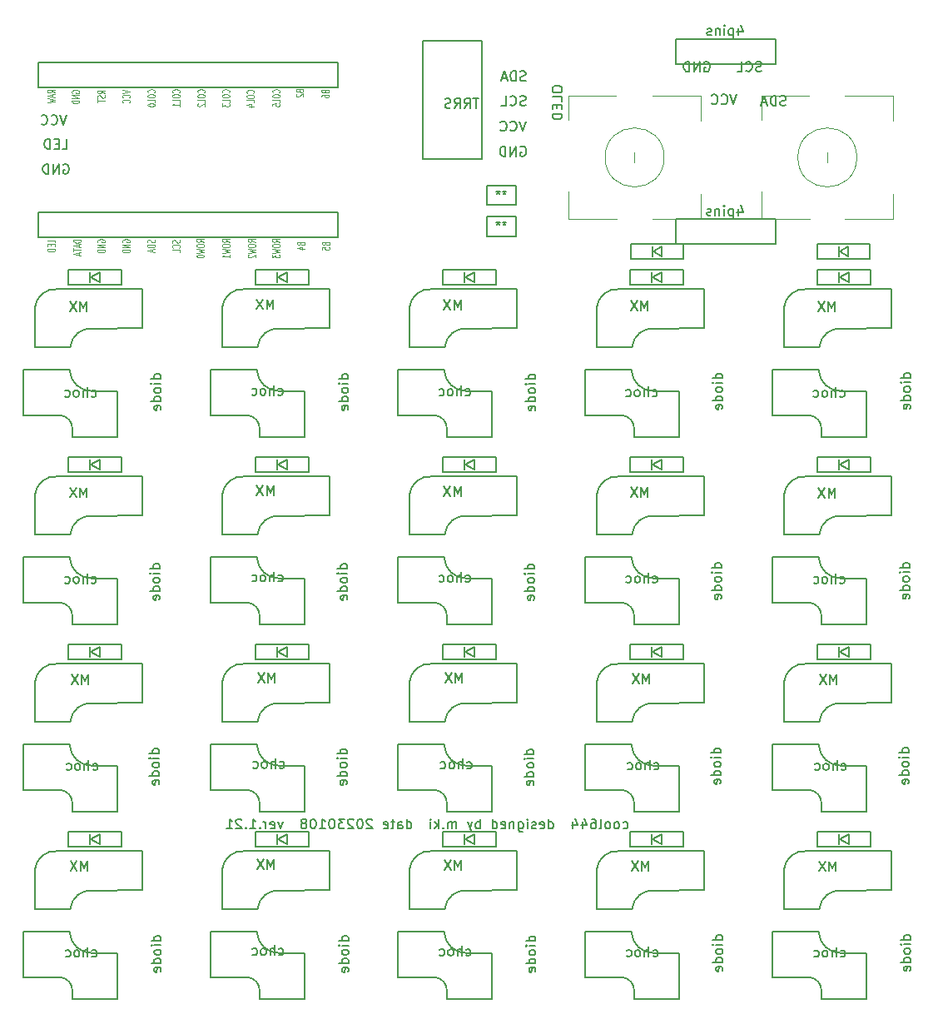
<source format=gbr>
G04 #@! TF.GenerationSoftware,KiCad,Pcbnew,(5.1.6-0-10_14)*
G04 #@! TF.CreationDate,2023-01-09T16:28:48+09:00*
G04 #@! TF.ProjectId,cool644,636f6f6c-3634-4342-9e6b-696361645f70,rev?*
G04 #@! TF.SameCoordinates,Original*
G04 #@! TF.FileFunction,Legend,Bot*
G04 #@! TF.FilePolarity,Positive*
%FSLAX46Y46*%
G04 Gerber Fmt 4.6, Leading zero omitted, Abs format (unit mm)*
G04 Created by KiCad (PCBNEW (5.1.6-0-10_14)) date 2023-01-09 16:28:48*
%MOMM*%
%LPD*%
G01*
G04 APERTURE LIST*
%ADD10C,0.150000*%
%ADD11C,0.120000*%
%ADD12C,0.125000*%
G04 APERTURE END LIST*
D10*
X43834285Y28025238D02*
X43691428Y27977619D01*
X43453333Y27977619D01*
X43358095Y28025238D01*
X43310476Y28072857D01*
X43262857Y28168095D01*
X43262857Y28263333D01*
X43310476Y28358571D01*
X43358095Y28406190D01*
X43453333Y28453809D01*
X43643809Y28501428D01*
X43739047Y28549047D01*
X43786666Y28596666D01*
X43834285Y28691904D01*
X43834285Y28787142D01*
X43786666Y28882380D01*
X43739047Y28930000D01*
X43643809Y28977619D01*
X43405714Y28977619D01*
X43262857Y28930000D01*
X42834285Y27977619D02*
X42834285Y28977619D01*
X42596190Y28977619D01*
X42453333Y28930000D01*
X42358095Y28834761D01*
X42310476Y28739523D01*
X42262857Y28549047D01*
X42262857Y28406190D01*
X42310476Y28215714D01*
X42358095Y28120476D01*
X42453333Y28025238D01*
X42596190Y27977619D01*
X42834285Y27977619D01*
X41881904Y28263333D02*
X41405714Y28263333D01*
X41977142Y27977619D02*
X41643809Y28977619D01*
X41310476Y27977619D01*
X43830476Y25505238D02*
X43687619Y25457619D01*
X43449523Y25457619D01*
X43354285Y25505238D01*
X43306666Y25552857D01*
X43259047Y25648095D01*
X43259047Y25743333D01*
X43306666Y25838571D01*
X43354285Y25886190D01*
X43449523Y25933809D01*
X43640000Y25981428D01*
X43735238Y26029047D01*
X43782857Y26076666D01*
X43830476Y26171904D01*
X43830476Y26267142D01*
X43782857Y26362380D01*
X43735238Y26410000D01*
X43640000Y26457619D01*
X43401904Y26457619D01*
X43259047Y26410000D01*
X42259047Y25552857D02*
X42306666Y25505238D01*
X42449523Y25457619D01*
X42544761Y25457619D01*
X42687619Y25505238D01*
X42782857Y25600476D01*
X42830476Y25695714D01*
X42878095Y25886190D01*
X42878095Y26029047D01*
X42830476Y26219523D01*
X42782857Y26314761D01*
X42687619Y26410000D01*
X42544761Y26457619D01*
X42449523Y26457619D01*
X42306666Y26410000D01*
X42259047Y26362380D01*
X41354285Y25457619D02*
X41830476Y25457619D01*
X41830476Y26457619D01*
X43853333Y23887619D02*
X43520000Y22887619D01*
X43186666Y23887619D01*
X42281904Y22982857D02*
X42329523Y22935238D01*
X42472380Y22887619D01*
X42567619Y22887619D01*
X42710476Y22935238D01*
X42805714Y23030476D01*
X42853333Y23125714D01*
X42900952Y23316190D01*
X42900952Y23459047D01*
X42853333Y23649523D01*
X42805714Y23744761D01*
X42710476Y23840000D01*
X42567619Y23887619D01*
X42472380Y23887619D01*
X42329523Y23840000D01*
X42281904Y23792380D01*
X41281904Y22982857D02*
X41329523Y22935238D01*
X41472380Y22887619D01*
X41567619Y22887619D01*
X41710476Y22935238D01*
X41805714Y23030476D01*
X41853333Y23125714D01*
X41900952Y23316190D01*
X41900952Y23459047D01*
X41853333Y23649523D01*
X41805714Y23744761D01*
X41710476Y23840000D01*
X41567619Y23887619D01*
X41472380Y23887619D01*
X41329523Y23840000D01*
X41281904Y23792380D01*
X43311904Y21280000D02*
X43407142Y21327619D01*
X43550000Y21327619D01*
X43692857Y21280000D01*
X43788095Y21184761D01*
X43835714Y21089523D01*
X43883333Y20899047D01*
X43883333Y20756190D01*
X43835714Y20565714D01*
X43788095Y20470476D01*
X43692857Y20375238D01*
X43550000Y20327619D01*
X43454761Y20327619D01*
X43311904Y20375238D01*
X43264285Y20422857D01*
X43264285Y20756190D01*
X43454761Y20756190D01*
X42835714Y20327619D02*
X42835714Y21327619D01*
X42264285Y20327619D01*
X42264285Y21327619D01*
X41788095Y20327619D02*
X41788095Y21327619D01*
X41550000Y21327619D01*
X41407142Y21280000D01*
X41311904Y21184761D01*
X41264285Y21089523D01*
X41216666Y20899047D01*
X41216666Y20756190D01*
X41264285Y20565714D01*
X41311904Y20470476D01*
X41407142Y20375238D01*
X41550000Y20327619D01*
X41788095Y20327619D01*
X70294285Y25515238D02*
X70151428Y25467619D01*
X69913333Y25467619D01*
X69818095Y25515238D01*
X69770476Y25562857D01*
X69722857Y25658095D01*
X69722857Y25753333D01*
X69770476Y25848571D01*
X69818095Y25896190D01*
X69913333Y25943809D01*
X70103809Y25991428D01*
X70199047Y26039047D01*
X70246666Y26086666D01*
X70294285Y26181904D01*
X70294285Y26277142D01*
X70246666Y26372380D01*
X70199047Y26420000D01*
X70103809Y26467619D01*
X69865714Y26467619D01*
X69722857Y26420000D01*
X69294285Y25467619D02*
X69294285Y26467619D01*
X69056190Y26467619D01*
X68913333Y26420000D01*
X68818095Y26324761D01*
X68770476Y26229523D01*
X68722857Y26039047D01*
X68722857Y25896190D01*
X68770476Y25705714D01*
X68818095Y25610476D01*
X68913333Y25515238D01*
X69056190Y25467619D01*
X69294285Y25467619D01*
X68341904Y25753333D02*
X67865714Y25753333D01*
X68437142Y25467619D02*
X68103809Y26467619D01*
X67770476Y25467619D01*
X67820476Y28985238D02*
X67677619Y28937619D01*
X67439523Y28937619D01*
X67344285Y28985238D01*
X67296666Y29032857D01*
X67249047Y29128095D01*
X67249047Y29223333D01*
X67296666Y29318571D01*
X67344285Y29366190D01*
X67439523Y29413809D01*
X67630000Y29461428D01*
X67725238Y29509047D01*
X67772857Y29556666D01*
X67820476Y29651904D01*
X67820476Y29747142D01*
X67772857Y29842380D01*
X67725238Y29890000D01*
X67630000Y29937619D01*
X67391904Y29937619D01*
X67249047Y29890000D01*
X66249047Y29032857D02*
X66296666Y28985238D01*
X66439523Y28937619D01*
X66534761Y28937619D01*
X66677619Y28985238D01*
X66772857Y29080476D01*
X66820476Y29175714D01*
X66868095Y29366190D01*
X66868095Y29509047D01*
X66820476Y29699523D01*
X66772857Y29794761D01*
X66677619Y29890000D01*
X66534761Y29937619D01*
X66439523Y29937619D01*
X66296666Y29890000D01*
X66249047Y29842380D01*
X65344285Y28937619D02*
X65820476Y28937619D01*
X65820476Y29937619D01*
X65323333Y26607619D02*
X64990000Y25607619D01*
X64656666Y26607619D01*
X63751904Y25702857D02*
X63799523Y25655238D01*
X63942380Y25607619D01*
X64037619Y25607619D01*
X64180476Y25655238D01*
X64275714Y25750476D01*
X64323333Y25845714D01*
X64370952Y26036190D01*
X64370952Y26179047D01*
X64323333Y26369523D01*
X64275714Y26464761D01*
X64180476Y26560000D01*
X64037619Y26607619D01*
X63942380Y26607619D01*
X63799523Y26560000D01*
X63751904Y26512380D01*
X62751904Y25702857D02*
X62799523Y25655238D01*
X62942380Y25607619D01*
X63037619Y25607619D01*
X63180476Y25655238D01*
X63275714Y25750476D01*
X63323333Y25845714D01*
X63370952Y26036190D01*
X63370952Y26179047D01*
X63323333Y26369523D01*
X63275714Y26464761D01*
X63180476Y26560000D01*
X63037619Y26607619D01*
X62942380Y26607619D01*
X62799523Y26560000D01*
X62751904Y26512380D01*
X62011904Y29870000D02*
X62107142Y29917619D01*
X62250000Y29917619D01*
X62392857Y29870000D01*
X62488095Y29774761D01*
X62535714Y29679523D01*
X62583333Y29489047D01*
X62583333Y29346190D01*
X62535714Y29155714D01*
X62488095Y29060476D01*
X62392857Y28965238D01*
X62250000Y28917619D01*
X62154761Y28917619D01*
X62011904Y28965238D01*
X61964285Y29012857D01*
X61964285Y29346190D01*
X62154761Y29346190D01*
X61535714Y28917619D02*
X61535714Y29917619D01*
X60964285Y28917619D01*
X60964285Y29917619D01*
X60488095Y28917619D02*
X60488095Y29917619D01*
X60250000Y29917619D01*
X60107142Y29870000D01*
X60011904Y29774761D01*
X59964285Y29679523D01*
X59916666Y29489047D01*
X59916666Y29346190D01*
X59964285Y29155714D01*
X60011904Y29060476D01*
X60107142Y28965238D01*
X60250000Y28917619D01*
X60488095Y28917619D01*
X46542380Y27222380D02*
X46542380Y27031904D01*
X46590000Y26936666D01*
X46685238Y26841428D01*
X46875714Y26793809D01*
X47209047Y26793809D01*
X47399523Y26841428D01*
X47494761Y26936666D01*
X47542380Y27031904D01*
X47542380Y27222380D01*
X47494761Y27317619D01*
X47399523Y27412857D01*
X47209047Y27460476D01*
X46875714Y27460476D01*
X46685238Y27412857D01*
X46590000Y27317619D01*
X46542380Y27222380D01*
X47542380Y25889047D02*
X47542380Y26365238D01*
X46542380Y26365238D01*
X47018571Y25555714D02*
X47018571Y25222380D01*
X47542380Y25079523D02*
X47542380Y25555714D01*
X46542380Y25555714D01*
X46542380Y25079523D01*
X47542380Y24650952D02*
X46542380Y24650952D01*
X46542380Y24412857D01*
X46590000Y24270000D01*
X46685238Y24174761D01*
X46780476Y24127142D01*
X46970952Y24079523D01*
X47113809Y24079523D01*
X47304285Y24127142D01*
X47399523Y24174761D01*
X47494761Y24270000D01*
X47542380Y24412857D01*
X47542380Y24650952D01*
X75319523Y-14382380D02*
X75319523Y-13382380D01*
X74986190Y-14096666D01*
X74652857Y-13382380D01*
X74652857Y-14382380D01*
X74271904Y-13382380D02*
X73605238Y-14382380D01*
X73605238Y-13382380D02*
X74271904Y-14382380D01*
X-810476Y-14372380D02*
X-810476Y-13372380D01*
X-1143809Y-14086666D01*
X-1477142Y-13372380D01*
X-1477142Y-14372380D01*
X-1858095Y-13372380D02*
X-2524761Y-14372380D01*
X-2524761Y-13372380D02*
X-1858095Y-14372380D01*
X37239523Y-14242380D02*
X37239523Y-13242380D01*
X36906190Y-13956666D01*
X36572857Y-13242380D01*
X36572857Y-14242380D01*
X36191904Y-13242380D02*
X35525238Y-14242380D01*
X35525238Y-13242380D02*
X36191904Y-14242380D01*
X18655238Y-22874761D02*
X18750476Y-22922380D01*
X18940952Y-22922380D01*
X19036190Y-22874761D01*
X19083809Y-22827142D01*
X19131428Y-22731904D01*
X19131428Y-22446190D01*
X19083809Y-22350952D01*
X19036190Y-22303333D01*
X18940952Y-22255714D01*
X18750476Y-22255714D01*
X18655238Y-22303333D01*
X18226666Y-22922380D02*
X18226666Y-21922380D01*
X17798095Y-22922380D02*
X17798095Y-22398571D01*
X17845714Y-22303333D01*
X17940952Y-22255714D01*
X18083809Y-22255714D01*
X18179047Y-22303333D01*
X18226666Y-22350952D01*
X17179047Y-22922380D02*
X17274285Y-22874761D01*
X17321904Y-22827142D01*
X17369523Y-22731904D01*
X17369523Y-22446190D01*
X17321904Y-22350952D01*
X17274285Y-22303333D01*
X17179047Y-22255714D01*
X17036190Y-22255714D01*
X16940952Y-22303333D01*
X16893333Y-22350952D01*
X16845714Y-22446190D01*
X16845714Y-22731904D01*
X16893333Y-22827142D01*
X16940952Y-22874761D01*
X17036190Y-22922380D01*
X17179047Y-22922380D01*
X15988571Y-22874761D02*
X16083809Y-22922380D01*
X16274285Y-22922380D01*
X16369523Y-22874761D01*
X16417142Y-22827142D01*
X16464761Y-22731904D01*
X16464761Y-22446190D01*
X16417142Y-22350952D01*
X16369523Y-22303333D01*
X16274285Y-22255714D01*
X16083809Y-22255714D01*
X15988571Y-22303333D01*
X37715238Y-22924761D02*
X37810476Y-22972380D01*
X38000952Y-22972380D01*
X38096190Y-22924761D01*
X38143809Y-22877142D01*
X38191428Y-22781904D01*
X38191428Y-22496190D01*
X38143809Y-22400952D01*
X38096190Y-22353333D01*
X38000952Y-22305714D01*
X37810476Y-22305714D01*
X37715238Y-22353333D01*
X37286666Y-22972380D02*
X37286666Y-21972380D01*
X36858095Y-22972380D02*
X36858095Y-22448571D01*
X36905714Y-22353333D01*
X37000952Y-22305714D01*
X37143809Y-22305714D01*
X37239047Y-22353333D01*
X37286666Y-22400952D01*
X36239047Y-22972380D02*
X36334285Y-22924761D01*
X36381904Y-22877142D01*
X36429523Y-22781904D01*
X36429523Y-22496190D01*
X36381904Y-22400952D01*
X36334285Y-22353333D01*
X36239047Y-22305714D01*
X36096190Y-22305714D01*
X36000952Y-22353333D01*
X35953333Y-22400952D01*
X35905714Y-22496190D01*
X35905714Y-22781904D01*
X35953333Y-22877142D01*
X36000952Y-22924761D01*
X36096190Y-22972380D01*
X36239047Y-22972380D01*
X35048571Y-22924761D02*
X35143809Y-22972380D01*
X35334285Y-22972380D01*
X35429523Y-22924761D01*
X35477142Y-22877142D01*
X35524761Y-22781904D01*
X35524761Y-22496190D01*
X35477142Y-22400952D01*
X35429523Y-22353333D01*
X35334285Y-22305714D01*
X35143809Y-22305714D01*
X35048571Y-22353333D01*
X37705238Y-3974761D02*
X37800476Y-4022380D01*
X37990952Y-4022380D01*
X38086190Y-3974761D01*
X38133809Y-3927142D01*
X38181428Y-3831904D01*
X38181428Y-3546190D01*
X38133809Y-3450952D01*
X38086190Y-3403333D01*
X37990952Y-3355714D01*
X37800476Y-3355714D01*
X37705238Y-3403333D01*
X37276666Y-4022380D02*
X37276666Y-3022380D01*
X36848095Y-4022380D02*
X36848095Y-3498571D01*
X36895714Y-3403333D01*
X36990952Y-3355714D01*
X37133809Y-3355714D01*
X37229047Y-3403333D01*
X37276666Y-3450952D01*
X36229047Y-4022380D02*
X36324285Y-3974761D01*
X36371904Y-3927142D01*
X36419523Y-3831904D01*
X36419523Y-3546190D01*
X36371904Y-3450952D01*
X36324285Y-3403333D01*
X36229047Y-3355714D01*
X36086190Y-3355714D01*
X35990952Y-3403333D01*
X35943333Y-3450952D01*
X35895714Y-3546190D01*
X35895714Y-3831904D01*
X35943333Y-3927142D01*
X35990952Y-3974761D01*
X36086190Y-4022380D01*
X36229047Y-4022380D01*
X35038571Y-3974761D02*
X35133809Y-4022380D01*
X35324285Y-4022380D01*
X35419523Y-3974761D01*
X35467142Y-3927142D01*
X35514761Y-3831904D01*
X35514761Y-3546190D01*
X35467142Y-3450952D01*
X35419523Y-3403333D01*
X35324285Y-3355714D01*
X35133809Y-3355714D01*
X35038571Y-3403333D01*
X56735238Y-23014761D02*
X56830476Y-23062380D01*
X57020952Y-23062380D01*
X57116190Y-23014761D01*
X57163809Y-22967142D01*
X57211428Y-22871904D01*
X57211428Y-22586190D01*
X57163809Y-22490952D01*
X57116190Y-22443333D01*
X57020952Y-22395714D01*
X56830476Y-22395714D01*
X56735238Y-22443333D01*
X56306666Y-23062380D02*
X56306666Y-22062380D01*
X55878095Y-23062380D02*
X55878095Y-22538571D01*
X55925714Y-22443333D01*
X56020952Y-22395714D01*
X56163809Y-22395714D01*
X56259047Y-22443333D01*
X56306666Y-22490952D01*
X55259047Y-23062380D02*
X55354285Y-23014761D01*
X55401904Y-22967142D01*
X55449523Y-22871904D01*
X55449523Y-22586190D01*
X55401904Y-22490952D01*
X55354285Y-22443333D01*
X55259047Y-22395714D01*
X55116190Y-22395714D01*
X55020952Y-22443333D01*
X54973333Y-22490952D01*
X54925714Y-22586190D01*
X54925714Y-22871904D01*
X54973333Y-22967142D01*
X55020952Y-23014761D01*
X55116190Y-23062380D01*
X55259047Y-23062380D01*
X54068571Y-23014761D02*
X54163809Y-23062380D01*
X54354285Y-23062380D01*
X54449523Y-23014761D01*
X54497142Y-22967142D01*
X54544761Y-22871904D01*
X54544761Y-22586190D01*
X54497142Y-22490952D01*
X54449523Y-22443333D01*
X54354285Y-22395714D01*
X54163809Y-22395714D01*
X54068571Y-22443333D01*
X18169523Y4757619D02*
X18169523Y5757619D01*
X17836190Y5043333D01*
X17502857Y5757619D01*
X17502857Y4757619D01*
X17121904Y5757619D02*
X16455238Y4757619D01*
X16455238Y5757619D02*
X17121904Y4757619D01*
X18179523Y-14192380D02*
X18179523Y-13192380D01*
X17846190Y-13906666D01*
X17512857Y-13192380D01*
X17512857Y-14192380D01*
X17131904Y-13192380D02*
X16465238Y-14192380D01*
X16465238Y-13192380D02*
X17131904Y-14192380D01*
X37229523Y4707619D02*
X37229523Y5707619D01*
X36896190Y4993333D01*
X36562857Y5707619D01*
X36562857Y4707619D01*
X36181904Y5707619D02*
X35515238Y4707619D01*
X35515238Y5707619D02*
X36181904Y4707619D01*
X75795238Y-23064761D02*
X75890476Y-23112380D01*
X76080952Y-23112380D01*
X76176190Y-23064761D01*
X76223809Y-23017142D01*
X76271428Y-22921904D01*
X76271428Y-22636190D01*
X76223809Y-22540952D01*
X76176190Y-22493333D01*
X76080952Y-22445714D01*
X75890476Y-22445714D01*
X75795238Y-22493333D01*
X75366666Y-23112380D02*
X75366666Y-22112380D01*
X74938095Y-23112380D02*
X74938095Y-22588571D01*
X74985714Y-22493333D01*
X75080952Y-22445714D01*
X75223809Y-22445714D01*
X75319047Y-22493333D01*
X75366666Y-22540952D01*
X74319047Y-23112380D02*
X74414285Y-23064761D01*
X74461904Y-23017142D01*
X74509523Y-22921904D01*
X74509523Y-22636190D01*
X74461904Y-22540952D01*
X74414285Y-22493333D01*
X74319047Y-22445714D01*
X74176190Y-22445714D01*
X74080952Y-22493333D01*
X74033333Y-22540952D01*
X73985714Y-22636190D01*
X73985714Y-22921904D01*
X74033333Y-23017142D01*
X74080952Y-23064761D01*
X74176190Y-23112380D01*
X74319047Y-23112380D01*
X73128571Y-23064761D02*
X73223809Y-23112380D01*
X73414285Y-23112380D01*
X73509523Y-23064761D01*
X73557142Y-23017142D01*
X73604761Y-22921904D01*
X73604761Y-22636190D01*
X73557142Y-22540952D01*
X73509523Y-22493333D01*
X73414285Y-22445714D01*
X73223809Y-22445714D01*
X73128571Y-22493333D01*
X56259523Y-14332380D02*
X56259523Y-13332380D01*
X55926190Y-14046666D01*
X55592857Y-13332380D01*
X55592857Y-14332380D01*
X55211904Y-13332380D02*
X54545238Y-14332380D01*
X54545238Y-13332380D02*
X55211904Y-14332380D01*
X-334761Y-23054761D02*
X-239523Y-23102380D01*
X-49047Y-23102380D01*
X46190Y-23054761D01*
X93809Y-23007142D01*
X141428Y-22911904D01*
X141428Y-22626190D01*
X93809Y-22530952D01*
X46190Y-22483333D01*
X-49047Y-22435714D01*
X-239523Y-22435714D01*
X-334761Y-22483333D01*
X-763333Y-23102380D02*
X-763333Y-22102380D01*
X-1191904Y-23102380D02*
X-1191904Y-22578571D01*
X-1144285Y-22483333D01*
X-1049047Y-22435714D01*
X-906190Y-22435714D01*
X-810952Y-22483333D01*
X-763333Y-22530952D01*
X-1810952Y-23102380D02*
X-1715714Y-23054761D01*
X-1668095Y-23007142D01*
X-1620476Y-22911904D01*
X-1620476Y-22626190D01*
X-1668095Y-22530952D01*
X-1715714Y-22483333D01*
X-1810952Y-22435714D01*
X-1953809Y-22435714D01*
X-2049047Y-22483333D01*
X-2096666Y-22530952D01*
X-2144285Y-22626190D01*
X-2144285Y-22911904D01*
X-2096666Y-23007142D01*
X-2049047Y-23054761D01*
X-1953809Y-23102380D01*
X-1810952Y-23102380D01*
X-3001428Y-23054761D02*
X-2906190Y-23102380D01*
X-2715714Y-23102380D01*
X-2620476Y-23054761D01*
X-2572857Y-23007142D01*
X-2525238Y-22911904D01*
X-2525238Y-22626190D01*
X-2572857Y-22530952D01*
X-2620476Y-22483333D01*
X-2715714Y-22435714D01*
X-2906190Y-22435714D01*
X-3001428Y-22483333D01*
X82992380Y-59352857D02*
X81992380Y-59352857D01*
X82944761Y-59352857D02*
X82992380Y-59257619D01*
X82992380Y-59067142D01*
X82944761Y-58971904D01*
X82897142Y-58924285D01*
X82801904Y-58876666D01*
X82516190Y-58876666D01*
X82420952Y-58924285D01*
X82373333Y-58971904D01*
X82325714Y-59067142D01*
X82325714Y-59257619D01*
X82373333Y-59352857D01*
X82992380Y-59829047D02*
X82325714Y-59829047D01*
X81992380Y-59829047D02*
X82040000Y-59781428D01*
X82087619Y-59829047D01*
X82040000Y-59876666D01*
X81992380Y-59829047D01*
X82087619Y-59829047D01*
X82992380Y-60448095D02*
X82944761Y-60352857D01*
X82897142Y-60305238D01*
X82801904Y-60257619D01*
X82516190Y-60257619D01*
X82420952Y-60305238D01*
X82373333Y-60352857D01*
X82325714Y-60448095D01*
X82325714Y-60590952D01*
X82373333Y-60686190D01*
X82420952Y-60733809D01*
X82516190Y-60781428D01*
X82801904Y-60781428D01*
X82897142Y-60733809D01*
X82944761Y-60686190D01*
X82992380Y-60590952D01*
X82992380Y-60448095D01*
X82992380Y-61638571D02*
X81992380Y-61638571D01*
X82944761Y-61638571D02*
X82992380Y-61543333D01*
X82992380Y-61352857D01*
X82944761Y-61257619D01*
X82897142Y-61210000D01*
X82801904Y-61162380D01*
X82516190Y-61162380D01*
X82420952Y-61210000D01*
X82373333Y-61257619D01*
X82325714Y-61352857D01*
X82325714Y-61543333D01*
X82373333Y-61638571D01*
X82944761Y-62495714D02*
X82992380Y-62400476D01*
X82992380Y-62210000D01*
X82944761Y-62114761D01*
X82849523Y-62067142D01*
X82468571Y-62067142D01*
X82373333Y-62114761D01*
X82325714Y-62210000D01*
X82325714Y-62400476D01*
X82373333Y-62495714D01*
X82468571Y-62543333D01*
X82563809Y-62543333D01*
X82659047Y-62067142D01*
X18645238Y-3924761D02*
X18740476Y-3972380D01*
X18930952Y-3972380D01*
X19026190Y-3924761D01*
X19073809Y-3877142D01*
X19121428Y-3781904D01*
X19121428Y-3496190D01*
X19073809Y-3400952D01*
X19026190Y-3353333D01*
X18930952Y-3305714D01*
X18740476Y-3305714D01*
X18645238Y-3353333D01*
X18216666Y-3972380D02*
X18216666Y-2972380D01*
X17788095Y-3972380D02*
X17788095Y-3448571D01*
X17835714Y-3353333D01*
X17930952Y-3305714D01*
X18073809Y-3305714D01*
X18169047Y-3353333D01*
X18216666Y-3400952D01*
X17169047Y-3972380D02*
X17264285Y-3924761D01*
X17311904Y-3877142D01*
X17359523Y-3781904D01*
X17359523Y-3496190D01*
X17311904Y-3400952D01*
X17264285Y-3353333D01*
X17169047Y-3305714D01*
X17026190Y-3305714D01*
X16930952Y-3353333D01*
X16883333Y-3400952D01*
X16835714Y-3496190D01*
X16835714Y-3781904D01*
X16883333Y-3877142D01*
X16930952Y-3924761D01*
X17026190Y-3972380D01*
X17169047Y-3972380D01*
X15978571Y-3924761D02*
X16073809Y-3972380D01*
X16264285Y-3972380D01*
X16359523Y-3924761D01*
X16407142Y-3877142D01*
X16454761Y-3781904D01*
X16454761Y-3496190D01*
X16407142Y-3400952D01*
X16359523Y-3353333D01*
X16264285Y-3305714D01*
X16073809Y-3305714D01*
X15978571Y-3353333D01*
X53738571Y-48014761D02*
X53833809Y-48062380D01*
X54024285Y-48062380D01*
X54119523Y-48014761D01*
X54167142Y-47967142D01*
X54214761Y-47871904D01*
X54214761Y-47586190D01*
X54167142Y-47490952D01*
X54119523Y-47443333D01*
X54024285Y-47395714D01*
X53833809Y-47395714D01*
X53738571Y-47443333D01*
X53167142Y-48062380D02*
X53262380Y-48014761D01*
X53309999Y-47967142D01*
X53357619Y-47871904D01*
X53357619Y-47586190D01*
X53309999Y-47490952D01*
X53262380Y-47443333D01*
X53167142Y-47395714D01*
X53024285Y-47395714D01*
X52929047Y-47443333D01*
X52881428Y-47490952D01*
X52833809Y-47586190D01*
X52833809Y-47871904D01*
X52881428Y-47967142D01*
X52929047Y-48014761D01*
X53024285Y-48062380D01*
X53167142Y-48062380D01*
X52262380Y-48062380D02*
X52357619Y-48014761D01*
X52405238Y-47967142D01*
X52452857Y-47871904D01*
X52452857Y-47586190D01*
X52405238Y-47490952D01*
X52357619Y-47443333D01*
X52262380Y-47395714D01*
X52119523Y-47395714D01*
X52024285Y-47443333D01*
X51976666Y-47490952D01*
X51929047Y-47586190D01*
X51929047Y-47871904D01*
X51976666Y-47967142D01*
X52024285Y-48014761D01*
X52119523Y-48062380D01*
X52262380Y-48062380D01*
X51357619Y-48062380D02*
X51452857Y-48014761D01*
X51500476Y-47919523D01*
X51500476Y-47062380D01*
X50548095Y-47062380D02*
X50738571Y-47062380D01*
X50833809Y-47110000D01*
X50881428Y-47157619D01*
X50976666Y-47300476D01*
X51024285Y-47490952D01*
X51024285Y-47871904D01*
X50976666Y-47967142D01*
X50929047Y-48014761D01*
X50833809Y-48062380D01*
X50643333Y-48062380D01*
X50548095Y-48014761D01*
X50500476Y-47967142D01*
X50452857Y-47871904D01*
X50452857Y-47633809D01*
X50500476Y-47538571D01*
X50548095Y-47490952D01*
X50643333Y-47443333D01*
X50833809Y-47443333D01*
X50929047Y-47490952D01*
X50976666Y-47538571D01*
X51024285Y-47633809D01*
X49595714Y-47395714D02*
X49595714Y-48062380D01*
X49833809Y-47014761D02*
X50071904Y-47729047D01*
X49452857Y-47729047D01*
X48643333Y-47395714D02*
X48643333Y-48062380D01*
X48881428Y-47014761D02*
X49119523Y-47729047D01*
X48500476Y-47729047D01*
X46167142Y-48062380D02*
X46167142Y-47062380D01*
X46167142Y-48014761D02*
X46262380Y-48062380D01*
X46452857Y-48062380D01*
X46548095Y-48014761D01*
X46595714Y-47967142D01*
X46643333Y-47871904D01*
X46643333Y-47586190D01*
X46595714Y-47490952D01*
X46548095Y-47443333D01*
X46452857Y-47395714D01*
X46262380Y-47395714D01*
X46167142Y-47443333D01*
X45309999Y-48014761D02*
X45405238Y-48062380D01*
X45595714Y-48062380D01*
X45690952Y-48014761D01*
X45738571Y-47919523D01*
X45738571Y-47538571D01*
X45690952Y-47443333D01*
X45595714Y-47395714D01*
X45405238Y-47395714D01*
X45309999Y-47443333D01*
X45262380Y-47538571D01*
X45262380Y-47633809D01*
X45738571Y-47729047D01*
X44881428Y-48014761D02*
X44786190Y-48062380D01*
X44595714Y-48062380D01*
X44500476Y-48014761D01*
X44452857Y-47919523D01*
X44452857Y-47871904D01*
X44500476Y-47776666D01*
X44595714Y-47729047D01*
X44738571Y-47729047D01*
X44833809Y-47681428D01*
X44881428Y-47586190D01*
X44881428Y-47538571D01*
X44833809Y-47443333D01*
X44738571Y-47395714D01*
X44595714Y-47395714D01*
X44500476Y-47443333D01*
X44024285Y-48062380D02*
X44024285Y-47395714D01*
X44024285Y-47062380D02*
X44071904Y-47110000D01*
X44024285Y-47157619D01*
X43976666Y-47110000D01*
X44024285Y-47062380D01*
X44024285Y-47157619D01*
X43119523Y-47395714D02*
X43119523Y-48205238D01*
X43167142Y-48300476D01*
X43214761Y-48348095D01*
X43309999Y-48395714D01*
X43452857Y-48395714D01*
X43548095Y-48348095D01*
X43119523Y-48014761D02*
X43214761Y-48062380D01*
X43405238Y-48062380D01*
X43500476Y-48014761D01*
X43548095Y-47967142D01*
X43595714Y-47871904D01*
X43595714Y-47586190D01*
X43548095Y-47490952D01*
X43500476Y-47443333D01*
X43405238Y-47395714D01*
X43214761Y-47395714D01*
X43119523Y-47443333D01*
X42643333Y-47395714D02*
X42643333Y-48062380D01*
X42643333Y-47490952D02*
X42595714Y-47443333D01*
X42500476Y-47395714D01*
X42357619Y-47395714D01*
X42262380Y-47443333D01*
X42214761Y-47538571D01*
X42214761Y-48062380D01*
X41357619Y-48014761D02*
X41452857Y-48062380D01*
X41643333Y-48062380D01*
X41738571Y-48014761D01*
X41786190Y-47919523D01*
X41786190Y-47538571D01*
X41738571Y-47443333D01*
X41643333Y-47395714D01*
X41452857Y-47395714D01*
X41357619Y-47443333D01*
X41309999Y-47538571D01*
X41309999Y-47633809D01*
X41786190Y-47729047D01*
X40452857Y-48062380D02*
X40452857Y-47062380D01*
X40452857Y-48014761D02*
X40548095Y-48062380D01*
X40738571Y-48062380D01*
X40833809Y-48014761D01*
X40881428Y-47967142D01*
X40929047Y-47871904D01*
X40929047Y-47586190D01*
X40881428Y-47490952D01*
X40833809Y-47443333D01*
X40738571Y-47395714D01*
X40548095Y-47395714D01*
X40452857Y-47443333D01*
X39214761Y-48062380D02*
X39214761Y-47062380D01*
X39214761Y-47443333D02*
X39119523Y-47395714D01*
X38929047Y-47395714D01*
X38833809Y-47443333D01*
X38786190Y-47490952D01*
X38738571Y-47586190D01*
X38738571Y-47871904D01*
X38786190Y-47967142D01*
X38833809Y-48014761D01*
X38929047Y-48062380D01*
X39119523Y-48062380D01*
X39214761Y-48014761D01*
X38405238Y-47395714D02*
X38167142Y-48062380D01*
X37929047Y-47395714D02*
X38167142Y-48062380D01*
X38262380Y-48300476D01*
X38309999Y-48348095D01*
X38405238Y-48395714D01*
X36786190Y-48062380D02*
X36786190Y-47395714D01*
X36786190Y-47490952D02*
X36738571Y-47443333D01*
X36643333Y-47395714D01*
X36500476Y-47395714D01*
X36405238Y-47443333D01*
X36357619Y-47538571D01*
X36357619Y-48062380D01*
X36357619Y-47538571D02*
X36310000Y-47443333D01*
X36214761Y-47395714D01*
X36071904Y-47395714D01*
X35976666Y-47443333D01*
X35929047Y-47538571D01*
X35929047Y-48062380D01*
X35452857Y-47967142D02*
X35405238Y-48014761D01*
X35452857Y-48062380D01*
X35500476Y-48014761D01*
X35452857Y-47967142D01*
X35452857Y-48062380D01*
X34976666Y-48062380D02*
X34976666Y-47062380D01*
X34881428Y-47681428D02*
X34595714Y-48062380D01*
X34595714Y-47395714D02*
X34976666Y-47776666D01*
X34167142Y-48062380D02*
X34167142Y-47395714D01*
X34167142Y-47062380D02*
X34214761Y-47110000D01*
X34167142Y-47157619D01*
X34119523Y-47110000D01*
X34167142Y-47062380D01*
X34167142Y-47157619D01*
X31738571Y-48062380D02*
X31738571Y-47062380D01*
X31738571Y-48014761D02*
X31833809Y-48062380D01*
X32024285Y-48062380D01*
X32119523Y-48014761D01*
X32167142Y-47967142D01*
X32214761Y-47871904D01*
X32214761Y-47586190D01*
X32167142Y-47490952D01*
X32119523Y-47443333D01*
X32024285Y-47395714D01*
X31833809Y-47395714D01*
X31738571Y-47443333D01*
X30833809Y-48062380D02*
X30833809Y-47538571D01*
X30881428Y-47443333D01*
X30976666Y-47395714D01*
X31167142Y-47395714D01*
X31262380Y-47443333D01*
X30833809Y-48014761D02*
X30929047Y-48062380D01*
X31167142Y-48062380D01*
X31262380Y-48014761D01*
X31309999Y-47919523D01*
X31309999Y-47824285D01*
X31262380Y-47729047D01*
X31167142Y-47681428D01*
X30929047Y-47681428D01*
X30833809Y-47633809D01*
X30500476Y-47395714D02*
X30119523Y-47395714D01*
X30357619Y-47062380D02*
X30357619Y-47919523D01*
X30309999Y-48014761D01*
X30214761Y-48062380D01*
X30119523Y-48062380D01*
X29405238Y-48014761D02*
X29500476Y-48062380D01*
X29690952Y-48062380D01*
X29786190Y-48014761D01*
X29833809Y-47919523D01*
X29833809Y-47538571D01*
X29786190Y-47443333D01*
X29690952Y-47395714D01*
X29500476Y-47395714D01*
X29405238Y-47443333D01*
X29357619Y-47538571D01*
X29357619Y-47633809D01*
X29833809Y-47729047D01*
X28214761Y-47157619D02*
X28167142Y-47110000D01*
X28071904Y-47062380D01*
X27833809Y-47062380D01*
X27738571Y-47110000D01*
X27690952Y-47157619D01*
X27643333Y-47252857D01*
X27643333Y-47348095D01*
X27690952Y-47490952D01*
X28262380Y-48062380D01*
X27643333Y-48062380D01*
X27024285Y-47062380D02*
X26929047Y-47062380D01*
X26833809Y-47110000D01*
X26786190Y-47157619D01*
X26738571Y-47252857D01*
X26690952Y-47443333D01*
X26690952Y-47681428D01*
X26738571Y-47871904D01*
X26786190Y-47967142D01*
X26833809Y-48014761D01*
X26929047Y-48062380D01*
X27024285Y-48062380D01*
X27119523Y-48014761D01*
X27167142Y-47967142D01*
X27214761Y-47871904D01*
X27262380Y-47681428D01*
X27262380Y-47443333D01*
X27214761Y-47252857D01*
X27167142Y-47157619D01*
X27119523Y-47110000D01*
X27024285Y-47062380D01*
X26310000Y-47157619D02*
X26262380Y-47110000D01*
X26167142Y-47062380D01*
X25929047Y-47062380D01*
X25833809Y-47110000D01*
X25786190Y-47157619D01*
X25738571Y-47252857D01*
X25738571Y-47348095D01*
X25786190Y-47490952D01*
X26357619Y-48062380D01*
X25738571Y-48062380D01*
X25405238Y-47062380D02*
X24786190Y-47062380D01*
X25119523Y-47443333D01*
X24976666Y-47443333D01*
X24881428Y-47490952D01*
X24833809Y-47538571D01*
X24786190Y-47633809D01*
X24786190Y-47871904D01*
X24833809Y-47967142D01*
X24881428Y-48014761D01*
X24976666Y-48062380D01*
X25262380Y-48062380D01*
X25357619Y-48014761D01*
X25405238Y-47967142D01*
X24167142Y-47062380D02*
X24071904Y-47062380D01*
X23976666Y-47110000D01*
X23929047Y-47157619D01*
X23881428Y-47252857D01*
X23833809Y-47443333D01*
X23833809Y-47681428D01*
X23881428Y-47871904D01*
X23929047Y-47967142D01*
X23976666Y-48014761D01*
X24071904Y-48062380D01*
X24167142Y-48062380D01*
X24262380Y-48014761D01*
X24310000Y-47967142D01*
X24357619Y-47871904D01*
X24405238Y-47681428D01*
X24405238Y-47443333D01*
X24357619Y-47252857D01*
X24310000Y-47157619D01*
X24262380Y-47110000D01*
X24167142Y-47062380D01*
X22881428Y-48062380D02*
X23452857Y-48062380D01*
X23167142Y-48062380D02*
X23167142Y-47062380D01*
X23262380Y-47205238D01*
X23357619Y-47300476D01*
X23452857Y-47348095D01*
X22262380Y-47062380D02*
X22167142Y-47062380D01*
X22071904Y-47110000D01*
X22024285Y-47157619D01*
X21976666Y-47252857D01*
X21929047Y-47443333D01*
X21929047Y-47681428D01*
X21976666Y-47871904D01*
X22024285Y-47967142D01*
X22071904Y-48014761D01*
X22167142Y-48062380D01*
X22262380Y-48062380D01*
X22357619Y-48014761D01*
X22405238Y-47967142D01*
X22452857Y-47871904D01*
X22500476Y-47681428D01*
X22500476Y-47443333D01*
X22452857Y-47252857D01*
X22405238Y-47157619D01*
X22357619Y-47110000D01*
X22262380Y-47062380D01*
X21357619Y-47490952D02*
X21452857Y-47443333D01*
X21500476Y-47395714D01*
X21548095Y-47300476D01*
X21548095Y-47252857D01*
X21500476Y-47157619D01*
X21452857Y-47110000D01*
X21357619Y-47062380D01*
X21167142Y-47062380D01*
X21071904Y-47110000D01*
X21024285Y-47157619D01*
X20976666Y-47252857D01*
X20976666Y-47300476D01*
X21024285Y-47395714D01*
X21071904Y-47443333D01*
X21167142Y-47490952D01*
X21357619Y-47490952D01*
X21452857Y-47538571D01*
X21500476Y-47586190D01*
X21548095Y-47681428D01*
X21548095Y-47871904D01*
X21500476Y-47967142D01*
X21452857Y-48014761D01*
X21357619Y-48062380D01*
X21167142Y-48062380D01*
X21071904Y-48014761D01*
X21024285Y-47967142D01*
X20976666Y-47871904D01*
X20976666Y-47681428D01*
X21024285Y-47586190D01*
X21071904Y-47538571D01*
X21167142Y-47490952D01*
X19119523Y-47395714D02*
X18881428Y-48062380D01*
X18643333Y-47395714D01*
X17881428Y-48014761D02*
X17976666Y-48062380D01*
X18167142Y-48062380D01*
X18262380Y-48014761D01*
X18310000Y-47919523D01*
X18310000Y-47538571D01*
X18262380Y-47443333D01*
X18167142Y-47395714D01*
X17976666Y-47395714D01*
X17881428Y-47443333D01*
X17833809Y-47538571D01*
X17833809Y-47633809D01*
X18310000Y-47729047D01*
X17405238Y-48062380D02*
X17405238Y-47395714D01*
X17405238Y-47586190D02*
X17357619Y-47490952D01*
X17310000Y-47443333D01*
X17214761Y-47395714D01*
X17119523Y-47395714D01*
X16786190Y-47967142D02*
X16738571Y-48014761D01*
X16786190Y-48062380D01*
X16833809Y-48014761D01*
X16786190Y-47967142D01*
X16786190Y-48062380D01*
X15786190Y-48062380D02*
X16357619Y-48062380D01*
X16071904Y-48062380D02*
X16071904Y-47062380D01*
X16167142Y-47205238D01*
X16262380Y-47300476D01*
X16357619Y-47348095D01*
X15357619Y-47967142D02*
X15310000Y-48014761D01*
X15357619Y-48062380D01*
X15405238Y-48014761D01*
X15357619Y-47967142D01*
X15357619Y-48062380D01*
X14929047Y-47157619D02*
X14881428Y-47110000D01*
X14786190Y-47062380D01*
X14548095Y-47062380D01*
X14452857Y-47110000D01*
X14405238Y-47157619D01*
X14357619Y-47252857D01*
X14357619Y-47348095D01*
X14405238Y-47490952D01*
X14976666Y-48062380D01*
X14357619Y-48062380D01*
X13405238Y-48062380D02*
X13976666Y-48062380D01*
X13690952Y-48062380D02*
X13690952Y-47062380D01*
X13786190Y-47205238D01*
X13881428Y-47300476D01*
X13976666Y-47348095D01*
X25792380Y-2322857D02*
X24792380Y-2322857D01*
X25744761Y-2322857D02*
X25792380Y-2227619D01*
X25792380Y-2037142D01*
X25744761Y-1941904D01*
X25697142Y-1894285D01*
X25601904Y-1846666D01*
X25316190Y-1846666D01*
X25220952Y-1894285D01*
X25173333Y-1941904D01*
X25125714Y-2037142D01*
X25125714Y-2227619D01*
X25173333Y-2322857D01*
X25792380Y-2799047D02*
X25125714Y-2799047D01*
X24792380Y-2799047D02*
X24840000Y-2751428D01*
X24887619Y-2799047D01*
X24840000Y-2846666D01*
X24792380Y-2799047D01*
X24887619Y-2799047D01*
X25792380Y-3418095D02*
X25744761Y-3322857D01*
X25697142Y-3275238D01*
X25601904Y-3227619D01*
X25316190Y-3227619D01*
X25220952Y-3275238D01*
X25173333Y-3322857D01*
X25125714Y-3418095D01*
X25125714Y-3560952D01*
X25173333Y-3656190D01*
X25220952Y-3703809D01*
X25316190Y-3751428D01*
X25601904Y-3751428D01*
X25697142Y-3703809D01*
X25744761Y-3656190D01*
X25792380Y-3560952D01*
X25792380Y-3418095D01*
X25792380Y-4608571D02*
X24792380Y-4608571D01*
X25744761Y-4608571D02*
X25792380Y-4513333D01*
X25792380Y-4322857D01*
X25744761Y-4227619D01*
X25697142Y-4180000D01*
X25601904Y-4132380D01*
X25316190Y-4132380D01*
X25220952Y-4180000D01*
X25173333Y-4227619D01*
X25125714Y-4322857D01*
X25125714Y-4513333D01*
X25173333Y-4608571D01*
X25744761Y-5465714D02*
X25792380Y-5370476D01*
X25792380Y-5180000D01*
X25744761Y-5084761D01*
X25649523Y-5037142D01*
X25268571Y-5037142D01*
X25173333Y-5084761D01*
X25125714Y-5180000D01*
X25125714Y-5370476D01*
X25173333Y-5465714D01*
X25268571Y-5513333D01*
X25363809Y-5513333D01*
X25459047Y-5037142D01*
X-344761Y-4104761D02*
X-249523Y-4152380D01*
X-59047Y-4152380D01*
X36190Y-4104761D01*
X83809Y-4057142D01*
X131428Y-3961904D01*
X131428Y-3676190D01*
X83809Y-3580952D01*
X36190Y-3533333D01*
X-59047Y-3485714D01*
X-249523Y-3485714D01*
X-344761Y-3533333D01*
X-773333Y-4152380D02*
X-773333Y-3152380D01*
X-1201904Y-4152380D02*
X-1201904Y-3628571D01*
X-1154285Y-3533333D01*
X-1059047Y-3485714D01*
X-916190Y-3485714D01*
X-820952Y-3533333D01*
X-773333Y-3580952D01*
X-1820952Y-4152380D02*
X-1725714Y-4104761D01*
X-1678095Y-4057142D01*
X-1630476Y-3961904D01*
X-1630476Y-3676190D01*
X-1678095Y-3580952D01*
X-1725714Y-3533333D01*
X-1820952Y-3485714D01*
X-1963809Y-3485714D01*
X-2059047Y-3533333D01*
X-2106666Y-3580952D01*
X-2154285Y-3676190D01*
X-2154285Y-3961904D01*
X-2106666Y-4057142D01*
X-2059047Y-4104761D01*
X-1963809Y-4152380D01*
X-1820952Y-4152380D01*
X-3011428Y-4104761D02*
X-2916190Y-4152380D01*
X-2725714Y-4152380D01*
X-2630476Y-4104761D01*
X-2582857Y-4057142D01*
X-2535238Y-3961904D01*
X-2535238Y-3676190D01*
X-2582857Y-3580952D01*
X-2630476Y-3533333D01*
X-2725714Y-3485714D01*
X-2916190Y-3485714D01*
X-3011428Y-3533333D01*
X63742380Y-21542857D02*
X62742380Y-21542857D01*
X63694761Y-21542857D02*
X63742380Y-21447619D01*
X63742380Y-21257142D01*
X63694761Y-21161904D01*
X63647142Y-21114285D01*
X63551904Y-21066666D01*
X63266190Y-21066666D01*
X63170952Y-21114285D01*
X63123333Y-21161904D01*
X63075714Y-21257142D01*
X63075714Y-21447619D01*
X63123333Y-21542857D01*
X63742380Y-22019047D02*
X63075714Y-22019047D01*
X62742380Y-22019047D02*
X62790000Y-21971428D01*
X62837619Y-22019047D01*
X62790000Y-22066666D01*
X62742380Y-22019047D01*
X62837619Y-22019047D01*
X63742380Y-22638095D02*
X63694761Y-22542857D01*
X63647142Y-22495238D01*
X63551904Y-22447619D01*
X63266190Y-22447619D01*
X63170952Y-22495238D01*
X63123333Y-22542857D01*
X63075714Y-22638095D01*
X63075714Y-22780952D01*
X63123333Y-22876190D01*
X63170952Y-22923809D01*
X63266190Y-22971428D01*
X63551904Y-22971428D01*
X63647142Y-22923809D01*
X63694761Y-22876190D01*
X63742380Y-22780952D01*
X63742380Y-22638095D01*
X63742380Y-23828571D02*
X62742380Y-23828571D01*
X63694761Y-23828571D02*
X63742380Y-23733333D01*
X63742380Y-23542857D01*
X63694761Y-23447619D01*
X63647142Y-23400000D01*
X63551904Y-23352380D01*
X63266190Y-23352380D01*
X63170952Y-23400000D01*
X63123333Y-23447619D01*
X63075714Y-23542857D01*
X63075714Y-23733333D01*
X63123333Y-23828571D01*
X63694761Y-24685714D02*
X63742380Y-24590476D01*
X63742380Y-24400000D01*
X63694761Y-24304761D01*
X63599523Y-24257142D01*
X63218571Y-24257142D01*
X63123333Y-24304761D01*
X63075714Y-24400000D01*
X63075714Y-24590476D01*
X63123333Y-24685714D01*
X63218571Y-24733333D01*
X63313809Y-24733333D01*
X63409047Y-24257142D01*
X44842380Y-59492857D02*
X43842380Y-59492857D01*
X44794761Y-59492857D02*
X44842380Y-59397619D01*
X44842380Y-59207142D01*
X44794761Y-59111904D01*
X44747142Y-59064285D01*
X44651904Y-59016666D01*
X44366190Y-59016666D01*
X44270952Y-59064285D01*
X44223333Y-59111904D01*
X44175714Y-59207142D01*
X44175714Y-59397619D01*
X44223333Y-59492857D01*
X44842380Y-59969047D02*
X44175714Y-59969047D01*
X43842380Y-59969047D02*
X43890000Y-59921428D01*
X43937619Y-59969047D01*
X43890000Y-60016666D01*
X43842380Y-59969047D01*
X43937619Y-59969047D01*
X44842380Y-60588095D02*
X44794761Y-60492857D01*
X44747142Y-60445238D01*
X44651904Y-60397619D01*
X44366190Y-60397619D01*
X44270952Y-60445238D01*
X44223333Y-60492857D01*
X44175714Y-60588095D01*
X44175714Y-60730952D01*
X44223333Y-60826190D01*
X44270952Y-60873809D01*
X44366190Y-60921428D01*
X44651904Y-60921428D01*
X44747142Y-60873809D01*
X44794761Y-60826190D01*
X44842380Y-60730952D01*
X44842380Y-60588095D01*
X44842380Y-61778571D02*
X43842380Y-61778571D01*
X44794761Y-61778571D02*
X44842380Y-61683333D01*
X44842380Y-61492857D01*
X44794761Y-61397619D01*
X44747142Y-61350000D01*
X44651904Y-61302380D01*
X44366190Y-61302380D01*
X44270952Y-61350000D01*
X44223333Y-61397619D01*
X44175714Y-61492857D01*
X44175714Y-61683333D01*
X44223333Y-61778571D01*
X44794761Y-62635714D02*
X44842380Y-62540476D01*
X44842380Y-62350000D01*
X44794761Y-62254761D01*
X44699523Y-62207142D01*
X44318571Y-62207142D01*
X44223333Y-62254761D01*
X44175714Y-62350000D01*
X44175714Y-62540476D01*
X44223333Y-62635714D01*
X44318571Y-62683333D01*
X44413809Y-62683333D01*
X44509047Y-62207142D01*
X6732380Y-59452857D02*
X5732380Y-59452857D01*
X6684761Y-59452857D02*
X6732380Y-59357619D01*
X6732380Y-59167142D01*
X6684761Y-59071904D01*
X6637142Y-59024285D01*
X6541904Y-58976666D01*
X6256190Y-58976666D01*
X6160952Y-59024285D01*
X6113333Y-59071904D01*
X6065714Y-59167142D01*
X6065714Y-59357619D01*
X6113333Y-59452857D01*
X6732380Y-59929047D02*
X6065714Y-59929047D01*
X5732380Y-59929047D02*
X5780000Y-59881428D01*
X5827619Y-59929047D01*
X5780000Y-59976666D01*
X5732380Y-59929047D01*
X5827619Y-59929047D01*
X6732380Y-60548095D02*
X6684761Y-60452857D01*
X6637142Y-60405238D01*
X6541904Y-60357619D01*
X6256190Y-60357619D01*
X6160952Y-60405238D01*
X6113333Y-60452857D01*
X6065714Y-60548095D01*
X6065714Y-60690952D01*
X6113333Y-60786190D01*
X6160952Y-60833809D01*
X6256190Y-60881428D01*
X6541904Y-60881428D01*
X6637142Y-60833809D01*
X6684761Y-60786190D01*
X6732380Y-60690952D01*
X6732380Y-60548095D01*
X6732380Y-61738571D02*
X5732380Y-61738571D01*
X6684761Y-61738571D02*
X6732380Y-61643333D01*
X6732380Y-61452857D01*
X6684761Y-61357619D01*
X6637142Y-61310000D01*
X6541904Y-61262380D01*
X6256190Y-61262380D01*
X6160952Y-61310000D01*
X6113333Y-61357619D01*
X6065714Y-61452857D01*
X6065714Y-61643333D01*
X6113333Y-61738571D01*
X6684761Y-62595714D02*
X6732380Y-62500476D01*
X6732380Y-62310000D01*
X6684761Y-62214761D01*
X6589523Y-62167142D01*
X6208571Y-62167142D01*
X6113333Y-62214761D01*
X6065714Y-62310000D01*
X6065714Y-62500476D01*
X6113333Y-62595714D01*
X6208571Y-62643333D01*
X6303809Y-62643333D01*
X6399047Y-62167142D01*
X18705238Y-60874761D02*
X18800476Y-60922380D01*
X18990952Y-60922380D01*
X19086190Y-60874761D01*
X19133809Y-60827142D01*
X19181428Y-60731904D01*
X19181428Y-60446190D01*
X19133809Y-60350952D01*
X19086190Y-60303333D01*
X18990952Y-60255714D01*
X18800476Y-60255714D01*
X18705238Y-60303333D01*
X18276666Y-60922380D02*
X18276666Y-59922380D01*
X17848095Y-60922380D02*
X17848095Y-60398571D01*
X17895714Y-60303333D01*
X17990952Y-60255714D01*
X18133809Y-60255714D01*
X18229047Y-60303333D01*
X18276666Y-60350952D01*
X17229047Y-60922380D02*
X17324285Y-60874761D01*
X17371904Y-60827142D01*
X17419523Y-60731904D01*
X17419523Y-60446190D01*
X17371904Y-60350952D01*
X17324285Y-60303333D01*
X17229047Y-60255714D01*
X17086190Y-60255714D01*
X16990952Y-60303333D01*
X16943333Y-60350952D01*
X16895714Y-60446190D01*
X16895714Y-60731904D01*
X16943333Y-60827142D01*
X16990952Y-60874761D01*
X17086190Y-60922380D01*
X17229047Y-60922380D01*
X16038571Y-60874761D02*
X16133809Y-60922380D01*
X16324285Y-60922380D01*
X16419523Y-60874761D01*
X16467142Y-60827142D01*
X16514761Y-60731904D01*
X16514761Y-60446190D01*
X16467142Y-60350952D01*
X16419523Y-60303333D01*
X16324285Y-60255714D01*
X16133809Y-60255714D01*
X16038571Y-60303333D01*
X56399523Y-33322380D02*
X56399523Y-32322380D01*
X56066190Y-33036666D01*
X55732857Y-32322380D01*
X55732857Y-33322380D01*
X55351904Y-32322380D02*
X54685238Y-33322380D01*
X54685238Y-32322380D02*
X55351904Y-33322380D01*
X37289523Y-52242380D02*
X37289523Y-51242380D01*
X36956190Y-51956666D01*
X36622857Y-51242380D01*
X36622857Y-52242380D01*
X36241904Y-51242380D02*
X35575238Y-52242380D01*
X35575238Y-51242380D02*
X36241904Y-52242380D01*
X75845238Y-61064761D02*
X75940476Y-61112380D01*
X76130952Y-61112380D01*
X76226190Y-61064761D01*
X76273809Y-61017142D01*
X76321428Y-60921904D01*
X76321428Y-60636190D01*
X76273809Y-60540952D01*
X76226190Y-60493333D01*
X76130952Y-60445714D01*
X75940476Y-60445714D01*
X75845238Y-60493333D01*
X75416666Y-61112380D02*
X75416666Y-60112380D01*
X74988095Y-61112380D02*
X74988095Y-60588571D01*
X75035714Y-60493333D01*
X75130952Y-60445714D01*
X75273809Y-60445714D01*
X75369047Y-60493333D01*
X75416666Y-60540952D01*
X74369047Y-61112380D02*
X74464285Y-61064761D01*
X74511904Y-61017142D01*
X74559523Y-60921904D01*
X74559523Y-60636190D01*
X74511904Y-60540952D01*
X74464285Y-60493333D01*
X74369047Y-60445714D01*
X74226190Y-60445714D01*
X74130952Y-60493333D01*
X74083333Y-60540952D01*
X74035714Y-60636190D01*
X74035714Y-60921904D01*
X74083333Y-61017142D01*
X74130952Y-61064761D01*
X74226190Y-61112380D01*
X74369047Y-61112380D01*
X73178571Y-61064761D02*
X73273809Y-61112380D01*
X73464285Y-61112380D01*
X73559523Y-61064761D01*
X73607142Y-61017142D01*
X73654761Y-60921904D01*
X73654761Y-60636190D01*
X73607142Y-60540952D01*
X73559523Y-60493333D01*
X73464285Y-60445714D01*
X73273809Y-60445714D01*
X73178571Y-60493333D01*
X56249523Y4617619D02*
X56249523Y5617619D01*
X55916190Y4903333D01*
X55582857Y5617619D01*
X55582857Y4617619D01*
X55201904Y5617619D02*
X54535238Y4617619D01*
X54535238Y5617619D02*
X55201904Y4617619D01*
X-820476Y4577619D02*
X-820476Y5577619D01*
X-1153809Y4863333D01*
X-1487142Y5577619D01*
X-1487142Y4577619D01*
X-1868095Y5577619D02*
X-2534761Y4577619D01*
X-2534761Y5577619D02*
X-1868095Y4577619D01*
X18795238Y-41864761D02*
X18890476Y-41912380D01*
X19080952Y-41912380D01*
X19176190Y-41864761D01*
X19223809Y-41817142D01*
X19271428Y-41721904D01*
X19271428Y-41436190D01*
X19223809Y-41340952D01*
X19176190Y-41293333D01*
X19080952Y-41245714D01*
X18890476Y-41245714D01*
X18795238Y-41293333D01*
X18366666Y-41912380D02*
X18366666Y-40912380D01*
X17938095Y-41912380D02*
X17938095Y-41388571D01*
X17985714Y-41293333D01*
X18080952Y-41245714D01*
X18223809Y-41245714D01*
X18319047Y-41293333D01*
X18366666Y-41340952D01*
X17319047Y-41912380D02*
X17414285Y-41864761D01*
X17461904Y-41817142D01*
X17509523Y-41721904D01*
X17509523Y-41436190D01*
X17461904Y-41340952D01*
X17414285Y-41293333D01*
X17319047Y-41245714D01*
X17176190Y-41245714D01*
X17080952Y-41293333D01*
X17033333Y-41340952D01*
X16985714Y-41436190D01*
X16985714Y-41721904D01*
X17033333Y-41817142D01*
X17080952Y-41864761D01*
X17176190Y-41912380D01*
X17319047Y-41912380D01*
X16128571Y-41864761D02*
X16223809Y-41912380D01*
X16414285Y-41912380D01*
X16509523Y-41864761D01*
X16557142Y-41817142D01*
X16604761Y-41721904D01*
X16604761Y-41436190D01*
X16557142Y-41340952D01*
X16509523Y-41293333D01*
X16414285Y-41245714D01*
X16223809Y-41245714D01*
X16128571Y-41293333D01*
X37379523Y-33232380D02*
X37379523Y-32232380D01*
X37046190Y-32946666D01*
X36712857Y-32232380D01*
X36712857Y-33232380D01*
X36331904Y-32232380D02*
X35665238Y-33232380D01*
X35665238Y-32232380D02*
X36331904Y-33232380D01*
X44722380Y-21652857D02*
X43722380Y-21652857D01*
X44674761Y-21652857D02*
X44722380Y-21557619D01*
X44722380Y-21367142D01*
X44674761Y-21271904D01*
X44627142Y-21224285D01*
X44531904Y-21176666D01*
X44246190Y-21176666D01*
X44150952Y-21224285D01*
X44103333Y-21271904D01*
X44055714Y-21367142D01*
X44055714Y-21557619D01*
X44103333Y-21652857D01*
X44722380Y-22129047D02*
X44055714Y-22129047D01*
X43722380Y-22129047D02*
X43770000Y-22081428D01*
X43817619Y-22129047D01*
X43770000Y-22176666D01*
X43722380Y-22129047D01*
X43817619Y-22129047D01*
X44722380Y-22748095D02*
X44674761Y-22652857D01*
X44627142Y-22605238D01*
X44531904Y-22557619D01*
X44246190Y-22557619D01*
X44150952Y-22605238D01*
X44103333Y-22652857D01*
X44055714Y-22748095D01*
X44055714Y-22890952D01*
X44103333Y-22986190D01*
X44150952Y-23033809D01*
X44246190Y-23081428D01*
X44531904Y-23081428D01*
X44627142Y-23033809D01*
X44674761Y-22986190D01*
X44722380Y-22890952D01*
X44722380Y-22748095D01*
X44722380Y-23938571D02*
X43722380Y-23938571D01*
X44674761Y-23938571D02*
X44722380Y-23843333D01*
X44722380Y-23652857D01*
X44674761Y-23557619D01*
X44627142Y-23510000D01*
X44531904Y-23462380D01*
X44246190Y-23462380D01*
X44150952Y-23510000D01*
X44103333Y-23557619D01*
X44055714Y-23652857D01*
X44055714Y-23843333D01*
X44103333Y-23938571D01*
X44674761Y-24795714D02*
X44722380Y-24700476D01*
X44722380Y-24510000D01*
X44674761Y-24414761D01*
X44579523Y-24367142D01*
X44198571Y-24367142D01*
X44103333Y-24414761D01*
X44055714Y-24510000D01*
X44055714Y-24700476D01*
X44103333Y-24795714D01*
X44198571Y-24843333D01*
X44293809Y-24843333D01*
X44389047Y-24367142D01*
X44662380Y-40462857D02*
X43662380Y-40462857D01*
X44614761Y-40462857D02*
X44662380Y-40367619D01*
X44662380Y-40177142D01*
X44614761Y-40081904D01*
X44567142Y-40034285D01*
X44471904Y-39986666D01*
X44186190Y-39986666D01*
X44090952Y-40034285D01*
X44043333Y-40081904D01*
X43995714Y-40177142D01*
X43995714Y-40367619D01*
X44043333Y-40462857D01*
X44662380Y-40939047D02*
X43995714Y-40939047D01*
X43662380Y-40939047D02*
X43710000Y-40891428D01*
X43757619Y-40939047D01*
X43710000Y-40986666D01*
X43662380Y-40939047D01*
X43757619Y-40939047D01*
X44662380Y-41558095D02*
X44614761Y-41462857D01*
X44567142Y-41415238D01*
X44471904Y-41367619D01*
X44186190Y-41367619D01*
X44090952Y-41415238D01*
X44043333Y-41462857D01*
X43995714Y-41558095D01*
X43995714Y-41700952D01*
X44043333Y-41796190D01*
X44090952Y-41843809D01*
X44186190Y-41891428D01*
X44471904Y-41891428D01*
X44567142Y-41843809D01*
X44614761Y-41796190D01*
X44662380Y-41700952D01*
X44662380Y-41558095D01*
X44662380Y-42748571D02*
X43662380Y-42748571D01*
X44614761Y-42748571D02*
X44662380Y-42653333D01*
X44662380Y-42462857D01*
X44614761Y-42367619D01*
X44567142Y-42320000D01*
X44471904Y-42272380D01*
X44186190Y-42272380D01*
X44090952Y-42320000D01*
X44043333Y-42367619D01*
X43995714Y-42462857D01*
X43995714Y-42653333D01*
X44043333Y-42748571D01*
X44614761Y-43605714D02*
X44662380Y-43510476D01*
X44662380Y-43320000D01*
X44614761Y-43224761D01*
X44519523Y-43177142D01*
X44138571Y-43177142D01*
X44043333Y-43224761D01*
X43995714Y-43320000D01*
X43995714Y-43510476D01*
X44043333Y-43605714D01*
X44138571Y-43653333D01*
X44233809Y-43653333D01*
X44329047Y-43177142D01*
X44822380Y-2352857D02*
X43822380Y-2352857D01*
X44774761Y-2352857D02*
X44822380Y-2257619D01*
X44822380Y-2067142D01*
X44774761Y-1971904D01*
X44727142Y-1924285D01*
X44631904Y-1876666D01*
X44346190Y-1876666D01*
X44250952Y-1924285D01*
X44203333Y-1971904D01*
X44155714Y-2067142D01*
X44155714Y-2257619D01*
X44203333Y-2352857D01*
X44822380Y-2829047D02*
X44155714Y-2829047D01*
X43822380Y-2829047D02*
X43870000Y-2781428D01*
X43917619Y-2829047D01*
X43870000Y-2876666D01*
X43822380Y-2829047D01*
X43917619Y-2829047D01*
X44822380Y-3448095D02*
X44774761Y-3352857D01*
X44727142Y-3305238D01*
X44631904Y-3257619D01*
X44346190Y-3257619D01*
X44250952Y-3305238D01*
X44203333Y-3352857D01*
X44155714Y-3448095D01*
X44155714Y-3590952D01*
X44203333Y-3686190D01*
X44250952Y-3733809D01*
X44346190Y-3781428D01*
X44631904Y-3781428D01*
X44727142Y-3733809D01*
X44774761Y-3686190D01*
X44822380Y-3590952D01*
X44822380Y-3448095D01*
X44822380Y-4638571D02*
X43822380Y-4638571D01*
X44774761Y-4638571D02*
X44822380Y-4543333D01*
X44822380Y-4352857D01*
X44774761Y-4257619D01*
X44727142Y-4210000D01*
X44631904Y-4162380D01*
X44346190Y-4162380D01*
X44250952Y-4210000D01*
X44203333Y-4257619D01*
X44155714Y-4352857D01*
X44155714Y-4543333D01*
X44203333Y-4638571D01*
X44774761Y-5495714D02*
X44822380Y-5400476D01*
X44822380Y-5210000D01*
X44774761Y-5114761D01*
X44679523Y-5067142D01*
X44298571Y-5067142D01*
X44203333Y-5114761D01*
X44155714Y-5210000D01*
X44155714Y-5400476D01*
X44203333Y-5495714D01*
X44298571Y-5543333D01*
X44393809Y-5543333D01*
X44489047Y-5067142D01*
X56875238Y-42004761D02*
X56970476Y-42052380D01*
X57160952Y-42052380D01*
X57256190Y-42004761D01*
X57303809Y-41957142D01*
X57351428Y-41861904D01*
X57351428Y-41576190D01*
X57303809Y-41480952D01*
X57256190Y-41433333D01*
X57160952Y-41385714D01*
X56970476Y-41385714D01*
X56875238Y-41433333D01*
X56446666Y-42052380D02*
X56446666Y-41052380D01*
X56018095Y-42052380D02*
X56018095Y-41528571D01*
X56065714Y-41433333D01*
X56160952Y-41385714D01*
X56303809Y-41385714D01*
X56399047Y-41433333D01*
X56446666Y-41480952D01*
X55399047Y-42052380D02*
X55494285Y-42004761D01*
X55541904Y-41957142D01*
X55589523Y-41861904D01*
X55589523Y-41576190D01*
X55541904Y-41480952D01*
X55494285Y-41433333D01*
X55399047Y-41385714D01*
X55256190Y-41385714D01*
X55160952Y-41433333D01*
X55113333Y-41480952D01*
X55065714Y-41576190D01*
X55065714Y-41861904D01*
X55113333Y-41957142D01*
X55160952Y-42004761D01*
X55256190Y-42052380D01*
X55399047Y-42052380D01*
X54208571Y-42004761D02*
X54303809Y-42052380D01*
X54494285Y-42052380D01*
X54589523Y-42004761D01*
X54637142Y-41957142D01*
X54684761Y-41861904D01*
X54684761Y-41576190D01*
X54637142Y-41480952D01*
X54589523Y-41433333D01*
X54494285Y-41385714D01*
X54303809Y-41385714D01*
X54208571Y-41433333D01*
X-284761Y-61054761D02*
X-189523Y-61102380D01*
X952Y-61102380D01*
X96190Y-61054761D01*
X143809Y-61007142D01*
X191428Y-60911904D01*
X191428Y-60626190D01*
X143809Y-60530952D01*
X96190Y-60483333D01*
X952Y-60435714D01*
X-189523Y-60435714D01*
X-284761Y-60483333D01*
X-713333Y-61102380D02*
X-713333Y-60102380D01*
X-1141904Y-61102380D02*
X-1141904Y-60578571D01*
X-1094285Y-60483333D01*
X-999047Y-60435714D01*
X-856190Y-60435714D01*
X-760952Y-60483333D01*
X-713333Y-60530952D01*
X-1760952Y-61102380D02*
X-1665714Y-61054761D01*
X-1618095Y-61007142D01*
X-1570476Y-60911904D01*
X-1570476Y-60626190D01*
X-1618095Y-60530952D01*
X-1665714Y-60483333D01*
X-1760952Y-60435714D01*
X-1903809Y-60435714D01*
X-1999047Y-60483333D01*
X-2046666Y-60530952D01*
X-2094285Y-60626190D01*
X-2094285Y-60911904D01*
X-2046666Y-61007142D01*
X-1999047Y-61054761D01*
X-1903809Y-61102380D01*
X-1760952Y-61102380D01*
X-2951428Y-61054761D02*
X-2856190Y-61102380D01*
X-2665714Y-61102380D01*
X-2570476Y-61054761D01*
X-2522857Y-61007142D01*
X-2475238Y-60911904D01*
X-2475238Y-60626190D01*
X-2522857Y-60530952D01*
X-2570476Y-60483333D01*
X-2665714Y-60435714D01*
X-2856190Y-60435714D01*
X-2951428Y-60483333D01*
X6712380Y-2312857D02*
X5712380Y-2312857D01*
X6664761Y-2312857D02*
X6712380Y-2217619D01*
X6712380Y-2027142D01*
X6664761Y-1931904D01*
X6617142Y-1884285D01*
X6521904Y-1836666D01*
X6236190Y-1836666D01*
X6140952Y-1884285D01*
X6093333Y-1931904D01*
X6045714Y-2027142D01*
X6045714Y-2217619D01*
X6093333Y-2312857D01*
X6712380Y-2789047D02*
X6045714Y-2789047D01*
X5712380Y-2789047D02*
X5760000Y-2741428D01*
X5807619Y-2789047D01*
X5760000Y-2836666D01*
X5712380Y-2789047D01*
X5807619Y-2789047D01*
X6712380Y-3408095D02*
X6664761Y-3312857D01*
X6617142Y-3265238D01*
X6521904Y-3217619D01*
X6236190Y-3217619D01*
X6140952Y-3265238D01*
X6093333Y-3312857D01*
X6045714Y-3408095D01*
X6045714Y-3550952D01*
X6093333Y-3646190D01*
X6140952Y-3693809D01*
X6236190Y-3741428D01*
X6521904Y-3741428D01*
X6617142Y-3693809D01*
X6664761Y-3646190D01*
X6712380Y-3550952D01*
X6712380Y-3408095D01*
X6712380Y-4598571D02*
X5712380Y-4598571D01*
X6664761Y-4598571D02*
X6712380Y-4503333D01*
X6712380Y-4312857D01*
X6664761Y-4217619D01*
X6617142Y-4170000D01*
X6521904Y-4122380D01*
X6236190Y-4122380D01*
X6140952Y-4170000D01*
X6093333Y-4217619D01*
X6045714Y-4312857D01*
X6045714Y-4503333D01*
X6093333Y-4598571D01*
X6664761Y-5455714D02*
X6712380Y-5360476D01*
X6712380Y-5170000D01*
X6664761Y-5074761D01*
X6569523Y-5027142D01*
X6188571Y-5027142D01*
X6093333Y-5074761D01*
X6045714Y-5170000D01*
X6045714Y-5360476D01*
X6093333Y-5455714D01*
X6188571Y-5503333D01*
X6283809Y-5503333D01*
X6379047Y-5027142D01*
X63682380Y-40352857D02*
X62682380Y-40352857D01*
X63634761Y-40352857D02*
X63682380Y-40257619D01*
X63682380Y-40067142D01*
X63634761Y-39971904D01*
X63587142Y-39924285D01*
X63491904Y-39876666D01*
X63206190Y-39876666D01*
X63110952Y-39924285D01*
X63063333Y-39971904D01*
X63015714Y-40067142D01*
X63015714Y-40257619D01*
X63063333Y-40352857D01*
X63682380Y-40829047D02*
X63015714Y-40829047D01*
X62682380Y-40829047D02*
X62730000Y-40781428D01*
X62777619Y-40829047D01*
X62730000Y-40876666D01*
X62682380Y-40829047D01*
X62777619Y-40829047D01*
X63682380Y-41448095D02*
X63634761Y-41352857D01*
X63587142Y-41305238D01*
X63491904Y-41257619D01*
X63206190Y-41257619D01*
X63110952Y-41305238D01*
X63063333Y-41352857D01*
X63015714Y-41448095D01*
X63015714Y-41590952D01*
X63063333Y-41686190D01*
X63110952Y-41733809D01*
X63206190Y-41781428D01*
X63491904Y-41781428D01*
X63587142Y-41733809D01*
X63634761Y-41686190D01*
X63682380Y-41590952D01*
X63682380Y-41448095D01*
X63682380Y-42638571D02*
X62682380Y-42638571D01*
X63634761Y-42638571D02*
X63682380Y-42543333D01*
X63682380Y-42352857D01*
X63634761Y-42257619D01*
X63587142Y-42210000D01*
X63491904Y-42162380D01*
X63206190Y-42162380D01*
X63110952Y-42210000D01*
X63063333Y-42257619D01*
X63015714Y-42352857D01*
X63015714Y-42543333D01*
X63063333Y-42638571D01*
X63634761Y-43495714D02*
X63682380Y-43400476D01*
X63682380Y-43210000D01*
X63634761Y-43114761D01*
X63539523Y-43067142D01*
X63158571Y-43067142D01*
X63063333Y-43114761D01*
X63015714Y-43210000D01*
X63015714Y-43400476D01*
X63063333Y-43495714D01*
X63158571Y-43543333D01*
X63253809Y-43543333D01*
X63349047Y-43067142D01*
X75785238Y-4114761D02*
X75880476Y-4162380D01*
X76070952Y-4162380D01*
X76166190Y-4114761D01*
X76213809Y-4067142D01*
X76261428Y-3971904D01*
X76261428Y-3686190D01*
X76213809Y-3590952D01*
X76166190Y-3543333D01*
X76070952Y-3495714D01*
X75880476Y-3495714D01*
X75785238Y-3543333D01*
X75356666Y-4162380D02*
X75356666Y-3162380D01*
X74928095Y-4162380D02*
X74928095Y-3638571D01*
X74975714Y-3543333D01*
X75070952Y-3495714D01*
X75213809Y-3495714D01*
X75309047Y-3543333D01*
X75356666Y-3590952D01*
X74309047Y-4162380D02*
X74404285Y-4114761D01*
X74451904Y-4067142D01*
X74499523Y-3971904D01*
X74499523Y-3686190D01*
X74451904Y-3590952D01*
X74404285Y-3543333D01*
X74309047Y-3495714D01*
X74166190Y-3495714D01*
X74070952Y-3543333D01*
X74023333Y-3590952D01*
X73975714Y-3686190D01*
X73975714Y-3971904D01*
X74023333Y-4067142D01*
X74070952Y-4114761D01*
X74166190Y-4162380D01*
X74309047Y-4162380D01*
X73118571Y-4114761D02*
X73213809Y-4162380D01*
X73404285Y-4162380D01*
X73499523Y-4114761D01*
X73547142Y-4067142D01*
X73594761Y-3971904D01*
X73594761Y-3686190D01*
X73547142Y-3590952D01*
X73499523Y-3543333D01*
X73404285Y-3495714D01*
X73213809Y-3495714D01*
X73118571Y-3543333D01*
X37855238Y-41914761D02*
X37950476Y-41962380D01*
X38140952Y-41962380D01*
X38236190Y-41914761D01*
X38283809Y-41867142D01*
X38331428Y-41771904D01*
X38331428Y-41486190D01*
X38283809Y-41390952D01*
X38236190Y-41343333D01*
X38140952Y-41295714D01*
X37950476Y-41295714D01*
X37855238Y-41343333D01*
X37426666Y-41962380D02*
X37426666Y-40962380D01*
X36998095Y-41962380D02*
X36998095Y-41438571D01*
X37045714Y-41343333D01*
X37140952Y-41295714D01*
X37283809Y-41295714D01*
X37379047Y-41343333D01*
X37426666Y-41390952D01*
X36379047Y-41962380D02*
X36474285Y-41914761D01*
X36521904Y-41867142D01*
X36569523Y-41771904D01*
X36569523Y-41486190D01*
X36521904Y-41390952D01*
X36474285Y-41343333D01*
X36379047Y-41295714D01*
X36236190Y-41295714D01*
X36140952Y-41343333D01*
X36093333Y-41390952D01*
X36045714Y-41486190D01*
X36045714Y-41771904D01*
X36093333Y-41867142D01*
X36140952Y-41914761D01*
X36236190Y-41962380D01*
X36379047Y-41962380D01*
X35188571Y-41914761D02*
X35283809Y-41962380D01*
X35474285Y-41962380D01*
X35569523Y-41914761D01*
X35617142Y-41867142D01*
X35664761Y-41771904D01*
X35664761Y-41486190D01*
X35617142Y-41390952D01*
X35569523Y-41343333D01*
X35474285Y-41295714D01*
X35283809Y-41295714D01*
X35188571Y-41343333D01*
X25812380Y-59462857D02*
X24812380Y-59462857D01*
X25764761Y-59462857D02*
X25812380Y-59367619D01*
X25812380Y-59177142D01*
X25764761Y-59081904D01*
X25717142Y-59034285D01*
X25621904Y-58986666D01*
X25336190Y-58986666D01*
X25240952Y-59034285D01*
X25193333Y-59081904D01*
X25145714Y-59177142D01*
X25145714Y-59367619D01*
X25193333Y-59462857D01*
X25812380Y-59939047D02*
X25145714Y-59939047D01*
X24812380Y-59939047D02*
X24860000Y-59891428D01*
X24907619Y-59939047D01*
X24860000Y-59986666D01*
X24812380Y-59939047D01*
X24907619Y-59939047D01*
X25812380Y-60558095D02*
X25764761Y-60462857D01*
X25717142Y-60415238D01*
X25621904Y-60367619D01*
X25336190Y-60367619D01*
X25240952Y-60415238D01*
X25193333Y-60462857D01*
X25145714Y-60558095D01*
X25145714Y-60700952D01*
X25193333Y-60796190D01*
X25240952Y-60843809D01*
X25336190Y-60891428D01*
X25621904Y-60891428D01*
X25717142Y-60843809D01*
X25764761Y-60796190D01*
X25812380Y-60700952D01*
X25812380Y-60558095D01*
X25812380Y-61748571D02*
X24812380Y-61748571D01*
X25764761Y-61748571D02*
X25812380Y-61653333D01*
X25812380Y-61462857D01*
X25764761Y-61367619D01*
X25717142Y-61320000D01*
X25621904Y-61272380D01*
X25336190Y-61272380D01*
X25240952Y-61320000D01*
X25193333Y-61367619D01*
X25145714Y-61462857D01*
X25145714Y-61653333D01*
X25193333Y-61748571D01*
X25764761Y-62605714D02*
X25812380Y-62510476D01*
X25812380Y-62320000D01*
X25764761Y-62224761D01*
X25669523Y-62177142D01*
X25288571Y-62177142D01*
X25193333Y-62224761D01*
X25145714Y-62320000D01*
X25145714Y-62510476D01*
X25193333Y-62605714D01*
X25288571Y-62653333D01*
X25383809Y-62653333D01*
X25479047Y-62177142D01*
X18319523Y-33182380D02*
X18319523Y-32182380D01*
X17986190Y-32896666D01*
X17652857Y-32182380D01*
X17652857Y-33182380D01*
X17271904Y-32182380D02*
X16605238Y-33182380D01*
X16605238Y-32182380D02*
X17271904Y-33182380D01*
X6612380Y-21612857D02*
X5612380Y-21612857D01*
X6564761Y-21612857D02*
X6612380Y-21517619D01*
X6612380Y-21327142D01*
X6564761Y-21231904D01*
X6517142Y-21184285D01*
X6421904Y-21136666D01*
X6136190Y-21136666D01*
X6040952Y-21184285D01*
X5993333Y-21231904D01*
X5945714Y-21327142D01*
X5945714Y-21517619D01*
X5993333Y-21612857D01*
X6612380Y-22089047D02*
X5945714Y-22089047D01*
X5612380Y-22089047D02*
X5660000Y-22041428D01*
X5707619Y-22089047D01*
X5660000Y-22136666D01*
X5612380Y-22089047D01*
X5707619Y-22089047D01*
X6612380Y-22708095D02*
X6564761Y-22612857D01*
X6517142Y-22565238D01*
X6421904Y-22517619D01*
X6136190Y-22517619D01*
X6040952Y-22565238D01*
X5993333Y-22612857D01*
X5945714Y-22708095D01*
X5945714Y-22850952D01*
X5993333Y-22946190D01*
X6040952Y-22993809D01*
X6136190Y-23041428D01*
X6421904Y-23041428D01*
X6517142Y-22993809D01*
X6564761Y-22946190D01*
X6612380Y-22850952D01*
X6612380Y-22708095D01*
X6612380Y-23898571D02*
X5612380Y-23898571D01*
X6564761Y-23898571D02*
X6612380Y-23803333D01*
X6612380Y-23612857D01*
X6564761Y-23517619D01*
X6517142Y-23470000D01*
X6421904Y-23422380D01*
X6136190Y-23422380D01*
X6040952Y-23470000D01*
X5993333Y-23517619D01*
X5945714Y-23612857D01*
X5945714Y-23803333D01*
X5993333Y-23898571D01*
X6564761Y-24755714D02*
X6612380Y-24660476D01*
X6612380Y-24470000D01*
X6564761Y-24374761D01*
X6469523Y-24327142D01*
X6088571Y-24327142D01*
X5993333Y-24374761D01*
X5945714Y-24470000D01*
X5945714Y-24660476D01*
X5993333Y-24755714D01*
X6088571Y-24803333D01*
X6183809Y-24803333D01*
X6279047Y-24327142D01*
X6552380Y-40422857D02*
X5552380Y-40422857D01*
X6504761Y-40422857D02*
X6552380Y-40327619D01*
X6552380Y-40137142D01*
X6504761Y-40041904D01*
X6457142Y-39994285D01*
X6361904Y-39946666D01*
X6076190Y-39946666D01*
X5980952Y-39994285D01*
X5933333Y-40041904D01*
X5885714Y-40137142D01*
X5885714Y-40327619D01*
X5933333Y-40422857D01*
X6552380Y-40899047D02*
X5885714Y-40899047D01*
X5552380Y-40899047D02*
X5600000Y-40851428D01*
X5647619Y-40899047D01*
X5600000Y-40946666D01*
X5552380Y-40899047D01*
X5647619Y-40899047D01*
X6552380Y-41518095D02*
X6504761Y-41422857D01*
X6457142Y-41375238D01*
X6361904Y-41327619D01*
X6076190Y-41327619D01*
X5980952Y-41375238D01*
X5933333Y-41422857D01*
X5885714Y-41518095D01*
X5885714Y-41660952D01*
X5933333Y-41756190D01*
X5980952Y-41803809D01*
X6076190Y-41851428D01*
X6361904Y-41851428D01*
X6457142Y-41803809D01*
X6504761Y-41756190D01*
X6552380Y-41660952D01*
X6552380Y-41518095D01*
X6552380Y-42708571D02*
X5552380Y-42708571D01*
X6504761Y-42708571D02*
X6552380Y-42613333D01*
X6552380Y-42422857D01*
X6504761Y-42327619D01*
X6457142Y-42280000D01*
X6361904Y-42232380D01*
X6076190Y-42232380D01*
X5980952Y-42280000D01*
X5933333Y-42327619D01*
X5885714Y-42422857D01*
X5885714Y-42613333D01*
X5933333Y-42708571D01*
X6504761Y-43565714D02*
X6552380Y-43470476D01*
X6552380Y-43280000D01*
X6504761Y-43184761D01*
X6409523Y-43137142D01*
X6028571Y-43137142D01*
X5933333Y-43184761D01*
X5885714Y-43280000D01*
X5885714Y-43470476D01*
X5933333Y-43565714D01*
X6028571Y-43613333D01*
X6123809Y-43613333D01*
X6219047Y-43137142D01*
X75459523Y-33372380D02*
X75459523Y-32372380D01*
X75126190Y-33086666D01*
X74792857Y-32372380D01*
X74792857Y-33372380D01*
X74411904Y-32372380D02*
X73745238Y-33372380D01*
X73745238Y-32372380D02*
X74411904Y-33372380D01*
X82812380Y-40322857D02*
X81812380Y-40322857D01*
X82764761Y-40322857D02*
X82812380Y-40227619D01*
X82812380Y-40037142D01*
X82764761Y-39941904D01*
X82717142Y-39894285D01*
X82621904Y-39846666D01*
X82336190Y-39846666D01*
X82240952Y-39894285D01*
X82193333Y-39941904D01*
X82145714Y-40037142D01*
X82145714Y-40227619D01*
X82193333Y-40322857D01*
X82812380Y-40799047D02*
X82145714Y-40799047D01*
X81812380Y-40799047D02*
X81860000Y-40751428D01*
X81907619Y-40799047D01*
X81860000Y-40846666D01*
X81812380Y-40799047D01*
X81907619Y-40799047D01*
X82812380Y-41418095D02*
X82764761Y-41322857D01*
X82717142Y-41275238D01*
X82621904Y-41227619D01*
X82336190Y-41227619D01*
X82240952Y-41275238D01*
X82193333Y-41322857D01*
X82145714Y-41418095D01*
X82145714Y-41560952D01*
X82193333Y-41656190D01*
X82240952Y-41703809D01*
X82336190Y-41751428D01*
X82621904Y-41751428D01*
X82717142Y-41703809D01*
X82764761Y-41656190D01*
X82812380Y-41560952D01*
X82812380Y-41418095D01*
X82812380Y-42608571D02*
X81812380Y-42608571D01*
X82764761Y-42608571D02*
X82812380Y-42513333D01*
X82812380Y-42322857D01*
X82764761Y-42227619D01*
X82717142Y-42180000D01*
X82621904Y-42132380D01*
X82336190Y-42132380D01*
X82240952Y-42180000D01*
X82193333Y-42227619D01*
X82145714Y-42322857D01*
X82145714Y-42513333D01*
X82193333Y-42608571D01*
X82764761Y-43465714D02*
X82812380Y-43370476D01*
X82812380Y-43180000D01*
X82764761Y-43084761D01*
X82669523Y-43037142D01*
X82288571Y-43037142D01*
X82193333Y-43084761D01*
X82145714Y-43180000D01*
X82145714Y-43370476D01*
X82193333Y-43465714D01*
X82288571Y-43513333D01*
X82383809Y-43513333D01*
X82479047Y-43037142D01*
X75935238Y-42054761D02*
X76030476Y-42102380D01*
X76220952Y-42102380D01*
X76316190Y-42054761D01*
X76363809Y-42007142D01*
X76411428Y-41911904D01*
X76411428Y-41626190D01*
X76363809Y-41530952D01*
X76316190Y-41483333D01*
X76220952Y-41435714D01*
X76030476Y-41435714D01*
X75935238Y-41483333D01*
X75506666Y-42102380D02*
X75506666Y-41102380D01*
X75078095Y-42102380D02*
X75078095Y-41578571D01*
X75125714Y-41483333D01*
X75220952Y-41435714D01*
X75363809Y-41435714D01*
X75459047Y-41483333D01*
X75506666Y-41530952D01*
X74459047Y-42102380D02*
X74554285Y-42054761D01*
X74601904Y-42007142D01*
X74649523Y-41911904D01*
X74649523Y-41626190D01*
X74601904Y-41530952D01*
X74554285Y-41483333D01*
X74459047Y-41435714D01*
X74316190Y-41435714D01*
X74220952Y-41483333D01*
X74173333Y-41530952D01*
X74125714Y-41626190D01*
X74125714Y-41911904D01*
X74173333Y-42007142D01*
X74220952Y-42054761D01*
X74316190Y-42102380D01*
X74459047Y-42102380D01*
X73268571Y-42054761D02*
X73363809Y-42102380D01*
X73554285Y-42102380D01*
X73649523Y-42054761D01*
X73697142Y-42007142D01*
X73744761Y-41911904D01*
X73744761Y-41626190D01*
X73697142Y-41530952D01*
X73649523Y-41483333D01*
X73554285Y-41435714D01*
X73363809Y-41435714D01*
X73268571Y-41483333D01*
X-670476Y-33362380D02*
X-670476Y-32362380D01*
X-1003809Y-33076666D01*
X-1337142Y-32362380D01*
X-1337142Y-33362380D01*
X-1718095Y-32362380D02*
X-2384761Y-33362380D01*
X-2384761Y-32362380D02*
X-1718095Y-33362380D01*
X18229523Y-52192380D02*
X18229523Y-51192380D01*
X17896190Y-51906666D01*
X17562857Y-51192380D01*
X17562857Y-52192380D01*
X17181904Y-51192380D02*
X16515238Y-52192380D01*
X16515238Y-51192380D02*
X17181904Y-52192380D01*
X37765238Y-60924761D02*
X37860476Y-60972380D01*
X38050952Y-60972380D01*
X38146190Y-60924761D01*
X38193809Y-60877142D01*
X38241428Y-60781904D01*
X38241428Y-60496190D01*
X38193809Y-60400952D01*
X38146190Y-60353333D01*
X38050952Y-60305714D01*
X37860476Y-60305714D01*
X37765238Y-60353333D01*
X37336666Y-60972380D02*
X37336666Y-59972380D01*
X36908095Y-60972380D02*
X36908095Y-60448571D01*
X36955714Y-60353333D01*
X37050952Y-60305714D01*
X37193809Y-60305714D01*
X37289047Y-60353333D01*
X37336666Y-60400952D01*
X36289047Y-60972380D02*
X36384285Y-60924761D01*
X36431904Y-60877142D01*
X36479523Y-60781904D01*
X36479523Y-60496190D01*
X36431904Y-60400952D01*
X36384285Y-60353333D01*
X36289047Y-60305714D01*
X36146190Y-60305714D01*
X36050952Y-60353333D01*
X36003333Y-60400952D01*
X35955714Y-60496190D01*
X35955714Y-60781904D01*
X36003333Y-60877142D01*
X36050952Y-60924761D01*
X36146190Y-60972380D01*
X36289047Y-60972380D01*
X35098571Y-60924761D02*
X35193809Y-60972380D01*
X35384285Y-60972380D01*
X35479523Y-60924761D01*
X35527142Y-60877142D01*
X35574761Y-60781904D01*
X35574761Y-60496190D01*
X35527142Y-60400952D01*
X35479523Y-60353333D01*
X35384285Y-60305714D01*
X35193809Y-60305714D01*
X35098571Y-60353333D01*
X82972380Y-2212857D02*
X81972380Y-2212857D01*
X82924761Y-2212857D02*
X82972380Y-2117619D01*
X82972380Y-1927142D01*
X82924761Y-1831904D01*
X82877142Y-1784285D01*
X82781904Y-1736666D01*
X82496190Y-1736666D01*
X82400952Y-1784285D01*
X82353333Y-1831904D01*
X82305714Y-1927142D01*
X82305714Y-2117619D01*
X82353333Y-2212857D01*
X82972380Y-2689047D02*
X82305714Y-2689047D01*
X81972380Y-2689047D02*
X82020000Y-2641428D01*
X82067619Y-2689047D01*
X82020000Y-2736666D01*
X81972380Y-2689047D01*
X82067619Y-2689047D01*
X82972380Y-3308095D02*
X82924761Y-3212857D01*
X82877142Y-3165238D01*
X82781904Y-3117619D01*
X82496190Y-3117619D01*
X82400952Y-3165238D01*
X82353333Y-3212857D01*
X82305714Y-3308095D01*
X82305714Y-3450952D01*
X82353333Y-3546190D01*
X82400952Y-3593809D01*
X82496190Y-3641428D01*
X82781904Y-3641428D01*
X82877142Y-3593809D01*
X82924761Y-3546190D01*
X82972380Y-3450952D01*
X82972380Y-3308095D01*
X82972380Y-4498571D02*
X81972380Y-4498571D01*
X82924761Y-4498571D02*
X82972380Y-4403333D01*
X82972380Y-4212857D01*
X82924761Y-4117619D01*
X82877142Y-4070000D01*
X82781904Y-4022380D01*
X82496190Y-4022380D01*
X82400952Y-4070000D01*
X82353333Y-4117619D01*
X82305714Y-4212857D01*
X82305714Y-4403333D01*
X82353333Y-4498571D01*
X82924761Y-5355714D02*
X82972380Y-5260476D01*
X82972380Y-5070000D01*
X82924761Y-4974761D01*
X82829523Y-4927142D01*
X82448571Y-4927142D01*
X82353333Y-4974761D01*
X82305714Y-5070000D01*
X82305714Y-5260476D01*
X82353333Y-5355714D01*
X82448571Y-5403333D01*
X82543809Y-5403333D01*
X82639047Y-4927142D01*
X25632380Y-40432857D02*
X24632380Y-40432857D01*
X25584761Y-40432857D02*
X25632380Y-40337619D01*
X25632380Y-40147142D01*
X25584761Y-40051904D01*
X25537142Y-40004285D01*
X25441904Y-39956666D01*
X25156190Y-39956666D01*
X25060952Y-40004285D01*
X25013333Y-40051904D01*
X24965714Y-40147142D01*
X24965714Y-40337619D01*
X25013333Y-40432857D01*
X25632380Y-40909047D02*
X24965714Y-40909047D01*
X24632380Y-40909047D02*
X24680000Y-40861428D01*
X24727619Y-40909047D01*
X24680000Y-40956666D01*
X24632380Y-40909047D01*
X24727619Y-40909047D01*
X25632380Y-41528095D02*
X25584761Y-41432857D01*
X25537142Y-41385238D01*
X25441904Y-41337619D01*
X25156190Y-41337619D01*
X25060952Y-41385238D01*
X25013333Y-41432857D01*
X24965714Y-41528095D01*
X24965714Y-41670952D01*
X25013333Y-41766190D01*
X25060952Y-41813809D01*
X25156190Y-41861428D01*
X25441904Y-41861428D01*
X25537142Y-41813809D01*
X25584761Y-41766190D01*
X25632380Y-41670952D01*
X25632380Y-41528095D01*
X25632380Y-42718571D02*
X24632380Y-42718571D01*
X25584761Y-42718571D02*
X25632380Y-42623333D01*
X25632380Y-42432857D01*
X25584761Y-42337619D01*
X25537142Y-42290000D01*
X25441904Y-42242380D01*
X25156190Y-42242380D01*
X25060952Y-42290000D01*
X25013333Y-42337619D01*
X24965714Y-42432857D01*
X24965714Y-42623333D01*
X25013333Y-42718571D01*
X25584761Y-43575714D02*
X25632380Y-43480476D01*
X25632380Y-43290000D01*
X25584761Y-43194761D01*
X25489523Y-43147142D01*
X25108571Y-43147142D01*
X25013333Y-43194761D01*
X24965714Y-43290000D01*
X24965714Y-43480476D01*
X25013333Y-43575714D01*
X25108571Y-43623333D01*
X25203809Y-43623333D01*
X25299047Y-43147142D01*
X56309523Y-52332380D02*
X56309523Y-51332380D01*
X55976190Y-52046666D01*
X55642857Y-51332380D01*
X55642857Y-52332380D01*
X55261904Y-51332380D02*
X54595238Y-52332380D01*
X54595238Y-51332380D02*
X55261904Y-52332380D01*
X56785238Y-61014761D02*
X56880476Y-61062380D01*
X57070952Y-61062380D01*
X57166190Y-61014761D01*
X57213809Y-60967142D01*
X57261428Y-60871904D01*
X57261428Y-60586190D01*
X57213809Y-60490952D01*
X57166190Y-60443333D01*
X57070952Y-60395714D01*
X56880476Y-60395714D01*
X56785238Y-60443333D01*
X56356666Y-61062380D02*
X56356666Y-60062380D01*
X55928095Y-61062380D02*
X55928095Y-60538571D01*
X55975714Y-60443333D01*
X56070952Y-60395714D01*
X56213809Y-60395714D01*
X56309047Y-60443333D01*
X56356666Y-60490952D01*
X55309047Y-61062380D02*
X55404285Y-61014761D01*
X55451904Y-60967142D01*
X55499523Y-60871904D01*
X55499523Y-60586190D01*
X55451904Y-60490952D01*
X55404285Y-60443333D01*
X55309047Y-60395714D01*
X55166190Y-60395714D01*
X55070952Y-60443333D01*
X55023333Y-60490952D01*
X54975714Y-60586190D01*
X54975714Y-60871904D01*
X55023333Y-60967142D01*
X55070952Y-61014761D01*
X55166190Y-61062380D01*
X55309047Y-61062380D01*
X54118571Y-61014761D02*
X54213809Y-61062380D01*
X54404285Y-61062380D01*
X54499523Y-61014761D01*
X54547142Y-60967142D01*
X54594761Y-60871904D01*
X54594761Y-60586190D01*
X54547142Y-60490952D01*
X54499523Y-60443333D01*
X54404285Y-60395714D01*
X54213809Y-60395714D01*
X54118571Y-60443333D01*
X75309523Y4567619D02*
X75309523Y5567619D01*
X74976190Y4853333D01*
X74642857Y5567619D01*
X74642857Y4567619D01*
X74261904Y5567619D02*
X73595238Y4567619D01*
X73595238Y5567619D02*
X74261904Y4567619D01*
X-194761Y-42044761D02*
X-99523Y-42092380D01*
X90952Y-42092380D01*
X186190Y-42044761D01*
X233809Y-41997142D01*
X281428Y-41901904D01*
X281428Y-41616190D01*
X233809Y-41520952D01*
X186190Y-41473333D01*
X90952Y-41425714D01*
X-99523Y-41425714D01*
X-194761Y-41473333D01*
X-623333Y-42092380D02*
X-623333Y-41092380D01*
X-1051904Y-42092380D02*
X-1051904Y-41568571D01*
X-1004285Y-41473333D01*
X-909047Y-41425714D01*
X-766190Y-41425714D01*
X-670952Y-41473333D01*
X-623333Y-41520952D01*
X-1670952Y-42092380D02*
X-1575714Y-42044761D01*
X-1528095Y-41997142D01*
X-1480476Y-41901904D01*
X-1480476Y-41616190D01*
X-1528095Y-41520952D01*
X-1575714Y-41473333D01*
X-1670952Y-41425714D01*
X-1813809Y-41425714D01*
X-1909047Y-41473333D01*
X-1956666Y-41520952D01*
X-2004285Y-41616190D01*
X-2004285Y-41901904D01*
X-1956666Y-41997142D01*
X-1909047Y-42044761D01*
X-1813809Y-42092380D01*
X-1670952Y-42092380D01*
X-2861428Y-42044761D02*
X-2766190Y-42092380D01*
X-2575714Y-42092380D01*
X-2480476Y-42044761D01*
X-2432857Y-41997142D01*
X-2385238Y-41901904D01*
X-2385238Y-41616190D01*
X-2432857Y-41520952D01*
X-2480476Y-41473333D01*
X-2575714Y-41425714D01*
X-2766190Y-41425714D01*
X-2861428Y-41473333D01*
X63862380Y-59382857D02*
X62862380Y-59382857D01*
X63814761Y-59382857D02*
X63862380Y-59287619D01*
X63862380Y-59097142D01*
X63814761Y-59001904D01*
X63767142Y-58954285D01*
X63671904Y-58906666D01*
X63386190Y-58906666D01*
X63290952Y-58954285D01*
X63243333Y-59001904D01*
X63195714Y-59097142D01*
X63195714Y-59287619D01*
X63243333Y-59382857D01*
X63862380Y-59859047D02*
X63195714Y-59859047D01*
X62862380Y-59859047D02*
X62910000Y-59811428D01*
X62957619Y-59859047D01*
X62910000Y-59906666D01*
X62862380Y-59859047D01*
X62957619Y-59859047D01*
X63862380Y-60478095D02*
X63814761Y-60382857D01*
X63767142Y-60335238D01*
X63671904Y-60287619D01*
X63386190Y-60287619D01*
X63290952Y-60335238D01*
X63243333Y-60382857D01*
X63195714Y-60478095D01*
X63195714Y-60620952D01*
X63243333Y-60716190D01*
X63290952Y-60763809D01*
X63386190Y-60811428D01*
X63671904Y-60811428D01*
X63767142Y-60763809D01*
X63814761Y-60716190D01*
X63862380Y-60620952D01*
X63862380Y-60478095D01*
X63862380Y-61668571D02*
X62862380Y-61668571D01*
X63814761Y-61668571D02*
X63862380Y-61573333D01*
X63862380Y-61382857D01*
X63814761Y-61287619D01*
X63767142Y-61240000D01*
X63671904Y-61192380D01*
X63386190Y-61192380D01*
X63290952Y-61240000D01*
X63243333Y-61287619D01*
X63195714Y-61382857D01*
X63195714Y-61573333D01*
X63243333Y-61668571D01*
X63814761Y-62525714D02*
X63862380Y-62430476D01*
X63862380Y-62240000D01*
X63814761Y-62144761D01*
X63719523Y-62097142D01*
X63338571Y-62097142D01*
X63243333Y-62144761D01*
X63195714Y-62240000D01*
X63195714Y-62430476D01*
X63243333Y-62525714D01*
X63338571Y-62573333D01*
X63433809Y-62573333D01*
X63529047Y-62097142D01*
X56725238Y-4064761D02*
X56820476Y-4112380D01*
X57010952Y-4112380D01*
X57106190Y-4064761D01*
X57153809Y-4017142D01*
X57201428Y-3921904D01*
X57201428Y-3636190D01*
X57153809Y-3540952D01*
X57106190Y-3493333D01*
X57010952Y-3445714D01*
X56820476Y-3445714D01*
X56725238Y-3493333D01*
X56296666Y-4112380D02*
X56296666Y-3112380D01*
X55868095Y-4112380D02*
X55868095Y-3588571D01*
X55915714Y-3493333D01*
X56010952Y-3445714D01*
X56153809Y-3445714D01*
X56249047Y-3493333D01*
X56296666Y-3540952D01*
X55249047Y-4112380D02*
X55344285Y-4064761D01*
X55391904Y-4017142D01*
X55439523Y-3921904D01*
X55439523Y-3636190D01*
X55391904Y-3540952D01*
X55344285Y-3493333D01*
X55249047Y-3445714D01*
X55106190Y-3445714D01*
X55010952Y-3493333D01*
X54963333Y-3540952D01*
X54915714Y-3636190D01*
X54915714Y-3921904D01*
X54963333Y-4017142D01*
X55010952Y-4064761D01*
X55106190Y-4112380D01*
X55249047Y-4112380D01*
X54058571Y-4064761D02*
X54153809Y-4112380D01*
X54344285Y-4112380D01*
X54439523Y-4064761D01*
X54487142Y-4017142D01*
X54534761Y-3921904D01*
X54534761Y-3636190D01*
X54487142Y-3540952D01*
X54439523Y-3493333D01*
X54344285Y-3445714D01*
X54153809Y-3445714D01*
X54058571Y-3493333D01*
X-760476Y-52372380D02*
X-760476Y-51372380D01*
X-1093809Y-52086666D01*
X-1427142Y-51372380D01*
X-1427142Y-52372380D01*
X-1808095Y-51372380D02*
X-2474761Y-52372380D01*
X-2474761Y-51372380D02*
X-1808095Y-52372380D01*
X82872380Y-21512857D02*
X81872380Y-21512857D01*
X82824761Y-21512857D02*
X82872380Y-21417619D01*
X82872380Y-21227142D01*
X82824761Y-21131904D01*
X82777142Y-21084285D01*
X82681904Y-21036666D01*
X82396190Y-21036666D01*
X82300952Y-21084285D01*
X82253333Y-21131904D01*
X82205714Y-21227142D01*
X82205714Y-21417619D01*
X82253333Y-21512857D01*
X82872380Y-21989047D02*
X82205714Y-21989047D01*
X81872380Y-21989047D02*
X81920000Y-21941428D01*
X81967619Y-21989047D01*
X81920000Y-22036666D01*
X81872380Y-21989047D01*
X81967619Y-21989047D01*
X82872380Y-22608095D02*
X82824761Y-22512857D01*
X82777142Y-22465238D01*
X82681904Y-22417619D01*
X82396190Y-22417619D01*
X82300952Y-22465238D01*
X82253333Y-22512857D01*
X82205714Y-22608095D01*
X82205714Y-22750952D01*
X82253333Y-22846190D01*
X82300952Y-22893809D01*
X82396190Y-22941428D01*
X82681904Y-22941428D01*
X82777142Y-22893809D01*
X82824761Y-22846190D01*
X82872380Y-22750952D01*
X82872380Y-22608095D01*
X82872380Y-23798571D02*
X81872380Y-23798571D01*
X82824761Y-23798571D02*
X82872380Y-23703333D01*
X82872380Y-23512857D01*
X82824761Y-23417619D01*
X82777142Y-23370000D01*
X82681904Y-23322380D01*
X82396190Y-23322380D01*
X82300952Y-23370000D01*
X82253333Y-23417619D01*
X82205714Y-23512857D01*
X82205714Y-23703333D01*
X82253333Y-23798571D01*
X82824761Y-24655714D02*
X82872380Y-24560476D01*
X82872380Y-24370000D01*
X82824761Y-24274761D01*
X82729523Y-24227142D01*
X82348571Y-24227142D01*
X82253333Y-24274761D01*
X82205714Y-24370000D01*
X82205714Y-24560476D01*
X82253333Y-24655714D01*
X82348571Y-24703333D01*
X82443809Y-24703333D01*
X82539047Y-24227142D01*
X75369523Y-52382380D02*
X75369523Y-51382380D01*
X75036190Y-52096666D01*
X74702857Y-51382380D01*
X74702857Y-52382380D01*
X74321904Y-51382380D02*
X73655238Y-52382380D01*
X73655238Y-51382380D02*
X74321904Y-52382380D01*
X25692380Y-21622857D02*
X24692380Y-21622857D01*
X25644761Y-21622857D02*
X25692380Y-21527619D01*
X25692380Y-21337142D01*
X25644761Y-21241904D01*
X25597142Y-21194285D01*
X25501904Y-21146666D01*
X25216190Y-21146666D01*
X25120952Y-21194285D01*
X25073333Y-21241904D01*
X25025714Y-21337142D01*
X25025714Y-21527619D01*
X25073333Y-21622857D01*
X25692380Y-22099047D02*
X25025714Y-22099047D01*
X24692380Y-22099047D02*
X24740000Y-22051428D01*
X24787619Y-22099047D01*
X24740000Y-22146666D01*
X24692380Y-22099047D01*
X24787619Y-22099047D01*
X25692380Y-22718095D02*
X25644761Y-22622857D01*
X25597142Y-22575238D01*
X25501904Y-22527619D01*
X25216190Y-22527619D01*
X25120952Y-22575238D01*
X25073333Y-22622857D01*
X25025714Y-22718095D01*
X25025714Y-22860952D01*
X25073333Y-22956190D01*
X25120952Y-23003809D01*
X25216190Y-23051428D01*
X25501904Y-23051428D01*
X25597142Y-23003809D01*
X25644761Y-22956190D01*
X25692380Y-22860952D01*
X25692380Y-22718095D01*
X25692380Y-23908571D02*
X24692380Y-23908571D01*
X25644761Y-23908571D02*
X25692380Y-23813333D01*
X25692380Y-23622857D01*
X25644761Y-23527619D01*
X25597142Y-23480000D01*
X25501904Y-23432380D01*
X25216190Y-23432380D01*
X25120952Y-23480000D01*
X25073333Y-23527619D01*
X25025714Y-23622857D01*
X25025714Y-23813333D01*
X25073333Y-23908571D01*
X25644761Y-24765714D02*
X25692380Y-24670476D01*
X25692380Y-24480000D01*
X25644761Y-24384761D01*
X25549523Y-24337142D01*
X25168571Y-24337142D01*
X25073333Y-24384761D01*
X25025714Y-24480000D01*
X25025714Y-24670476D01*
X25073333Y-24765714D01*
X25168571Y-24813333D01*
X25263809Y-24813333D01*
X25359047Y-24337142D01*
X63842380Y-2242857D02*
X62842380Y-2242857D01*
X63794761Y-2242857D02*
X63842380Y-2147619D01*
X63842380Y-1957142D01*
X63794761Y-1861904D01*
X63747142Y-1814285D01*
X63651904Y-1766666D01*
X63366190Y-1766666D01*
X63270952Y-1814285D01*
X63223333Y-1861904D01*
X63175714Y-1957142D01*
X63175714Y-2147619D01*
X63223333Y-2242857D01*
X63842380Y-2719047D02*
X63175714Y-2719047D01*
X62842380Y-2719047D02*
X62890000Y-2671428D01*
X62937619Y-2719047D01*
X62890000Y-2766666D01*
X62842380Y-2719047D01*
X62937619Y-2719047D01*
X63842380Y-3338095D02*
X63794761Y-3242857D01*
X63747142Y-3195238D01*
X63651904Y-3147619D01*
X63366190Y-3147619D01*
X63270952Y-3195238D01*
X63223333Y-3242857D01*
X63175714Y-3338095D01*
X63175714Y-3480952D01*
X63223333Y-3576190D01*
X63270952Y-3623809D01*
X63366190Y-3671428D01*
X63651904Y-3671428D01*
X63747142Y-3623809D01*
X63794761Y-3576190D01*
X63842380Y-3480952D01*
X63842380Y-3338095D01*
X63842380Y-4528571D02*
X62842380Y-4528571D01*
X63794761Y-4528571D02*
X63842380Y-4433333D01*
X63842380Y-4242857D01*
X63794761Y-4147619D01*
X63747142Y-4100000D01*
X63651904Y-4052380D01*
X63366190Y-4052380D01*
X63270952Y-4100000D01*
X63223333Y-4147619D01*
X63175714Y-4242857D01*
X63175714Y-4433333D01*
X63223333Y-4528571D01*
X63794761Y-5385714D02*
X63842380Y-5290476D01*
X63842380Y-5100000D01*
X63794761Y-5004761D01*
X63699523Y-4957142D01*
X63318571Y-4957142D01*
X63223333Y-5004761D01*
X63175714Y-5100000D01*
X63175714Y-5290476D01*
X63223333Y-5385714D01*
X63318571Y-5433333D01*
X63413809Y-5433333D01*
X63509047Y-4957142D01*
X-6100000Y896000D02*
X-2490000Y896000D01*
X-6100000Y4850000D02*
X-6100000Y905000D01*
X4800000Y6804000D02*
X-3825000Y6804000D01*
X4800000Y2896000D02*
X4800000Y6804000D01*
X4800000Y2850000D02*
X-250000Y2804000D01*
X2275000Y-8225000D02*
X-2275000Y-8225000D01*
X2275000Y-3575000D02*
X-275000Y-3575000D01*
X-2575000Y-1375000D02*
X-7275000Y-1375000D01*
X-3500000Y-6025000D02*
X-7275000Y-6025000D01*
X2300000Y-3600000D02*
X2300000Y-8200000D01*
X-7275000Y-1400000D02*
X-7300000Y-6000000D01*
X-2280000Y-7500000D02*
X-2280000Y-8200000D01*
X-2280000Y-7450000D02*
G75*
G03*
X-3500000Y-6030000I-1320000J100000D01*
G01*
X-2570000Y-1400000D02*
G75*
G03*
X-200000Y-3570000I2270000J100000D01*
G01*
X-2485000Y920000D02*
G75*
G02*
X-225000Y2800000I2070000J-190000D01*
G01*
X-6089000Y4920000D02*
G75*
G02*
X-3825000Y6804000I2074000J-190000D01*
G01*
X32000000Y896000D02*
X35610000Y896000D01*
X32000000Y4850000D02*
X32000000Y905000D01*
X42900000Y6804000D02*
X34275000Y6804000D01*
X42900000Y2896000D02*
X42900000Y6804000D01*
X42900000Y2850000D02*
X37850000Y2804000D01*
X40375000Y-8225000D02*
X35825000Y-8225000D01*
X40375000Y-3575000D02*
X37825000Y-3575000D01*
X35525000Y-1375000D02*
X30825000Y-1375000D01*
X34600000Y-6025000D02*
X30825000Y-6025000D01*
X40400000Y-3600000D02*
X40400000Y-8200000D01*
X30825000Y-1400000D02*
X30800000Y-6000000D01*
X35820000Y-7500000D02*
X35820000Y-8200000D01*
X35820000Y-7450000D02*
G75*
G03*
X34600000Y-6030000I-1320000J100000D01*
G01*
X35530000Y-1400000D02*
G75*
G03*
X37900000Y-3570000I2270000J100000D01*
G01*
X35615000Y920000D02*
G75*
G02*
X37875000Y2800000I2070000J-190000D01*
G01*
X32011000Y4920000D02*
G75*
G02*
X34275000Y6804000I2074000J-190000D01*
G01*
X40800000Y7250000D02*
X40800000Y8750000D01*
X35400000Y7250000D02*
X40800000Y7250000D01*
X35400000Y8750000D02*
X35400000Y7250000D01*
X40800000Y8750000D02*
X35400000Y8750000D01*
X37600000Y8500000D02*
X37600000Y7500000D01*
X38600000Y7500000D02*
X37700000Y8000000D01*
X38600000Y8500000D02*
X38600000Y7500000D01*
X37700000Y8000000D02*
X38600000Y8500000D01*
X59850000Y7250000D02*
X59850000Y8750000D01*
X54450000Y7250000D02*
X59850000Y7250000D01*
X54450000Y8750000D02*
X54450000Y7250000D01*
X59850000Y8750000D02*
X54450000Y8750000D01*
X56650000Y8500000D02*
X56650000Y7500000D01*
X57650000Y7500000D02*
X56750000Y8000000D01*
X57650000Y8500000D02*
X57650000Y7500000D01*
X56750000Y8000000D02*
X57650000Y8500000D01*
X78900000Y7250000D02*
X78900000Y8750000D01*
X73500000Y7250000D02*
X78900000Y7250000D01*
X73500000Y8750000D02*
X73500000Y7250000D01*
X78900000Y8750000D02*
X73500000Y8750000D01*
X75700000Y8500000D02*
X75700000Y7500000D01*
X76700000Y7500000D02*
X75800000Y8000000D01*
X76700000Y8500000D02*
X76700000Y7500000D01*
X75800000Y8000000D02*
X76700000Y8500000D01*
X21750000Y7250000D02*
X21750000Y8750000D01*
X16350000Y7250000D02*
X21750000Y7250000D01*
X16350000Y8750000D02*
X16350000Y7250000D01*
X21750000Y8750000D02*
X16350000Y8750000D01*
X18550000Y8500000D02*
X18550000Y7500000D01*
X19550000Y7500000D02*
X18650000Y8000000D01*
X19550000Y8500000D02*
X19550000Y7500000D01*
X18650000Y8000000D02*
X19550000Y8500000D01*
X73920000Y-7500000D02*
X73920000Y-8200000D01*
X68925000Y-1400000D02*
X68900000Y-6000000D01*
X78500000Y-3600000D02*
X78500000Y-8200000D01*
X72700000Y-6025000D02*
X68925000Y-6025000D01*
X73625000Y-1375000D02*
X68925000Y-1375000D01*
X78475000Y-3575000D02*
X75925000Y-3575000D01*
X78475000Y-8225000D02*
X73925000Y-8225000D01*
X81000000Y2850000D02*
X75950000Y2804000D01*
X81000000Y2896000D02*
X81000000Y6804000D01*
X81000000Y6804000D02*
X72375000Y6804000D01*
X70100000Y4850000D02*
X70100000Y905000D01*
X70100000Y896000D02*
X73710000Y896000D01*
X70111000Y4920000D02*
G75*
G02*
X72375000Y6804000I2074000J-190000D01*
G01*
X73715000Y920000D02*
G75*
G02*
X75975000Y2800000I2070000J-190000D01*
G01*
X73630000Y-1400000D02*
G75*
G03*
X76000000Y-3570000I2270000J100000D01*
G01*
X73920000Y-7450000D02*
G75*
G03*
X72700000Y-6030000I-1320000J100000D01*
G01*
X33380000Y32070000D02*
X39380000Y32070000D01*
X39380000Y32070000D02*
X39380000Y20070000D01*
X39380000Y20070000D02*
X33380000Y20070000D01*
X33380000Y20070000D02*
X33380000Y32070000D01*
X12950000Y896000D02*
X16560000Y896000D01*
X12950000Y4850000D02*
X12950000Y905000D01*
X23850000Y6804000D02*
X15225000Y6804000D01*
X23850000Y2896000D02*
X23850000Y6804000D01*
X23850000Y2850000D02*
X18800000Y2804000D01*
X21325000Y-8225000D02*
X16775000Y-8225000D01*
X21325000Y-3575000D02*
X18775000Y-3575000D01*
X16475000Y-1375000D02*
X11775000Y-1375000D01*
X15550000Y-6025000D02*
X11775000Y-6025000D01*
X21350000Y-3600000D02*
X21350000Y-8200000D01*
X11775000Y-1400000D02*
X11750000Y-6000000D01*
X16770000Y-7500000D02*
X16770000Y-8200000D01*
X16770000Y-7450000D02*
G75*
G03*
X15550000Y-6030000I-1320000J100000D01*
G01*
X16480000Y-1400000D02*
G75*
G03*
X18850000Y-3570000I2270000J100000D01*
G01*
X16565000Y920000D02*
G75*
G02*
X18825000Y2800000I2070000J-190000D01*
G01*
X12961000Y4920000D02*
G75*
G02*
X15225000Y6804000I2074000J-190000D01*
G01*
X2700000Y-11800000D02*
X2700000Y-10300000D01*
X-2700000Y-11800000D02*
X2700000Y-11800000D01*
X-2700000Y-10300000D02*
X-2700000Y-11800000D01*
X2700000Y-10300000D02*
X-2700000Y-10300000D01*
X-500000Y-10550000D02*
X-500000Y-11550000D01*
X500000Y-11550000D02*
X-400000Y-11050000D01*
X500000Y-10550000D02*
X500000Y-11550000D01*
X-400000Y-11050000D02*
X500000Y-10550000D01*
X59850000Y-11800000D02*
X59850000Y-10300000D01*
X54450000Y-11800000D02*
X59850000Y-11800000D01*
X54450000Y-10300000D02*
X54450000Y-11800000D01*
X59850000Y-10300000D02*
X54450000Y-10300000D01*
X56650000Y-10550000D02*
X56650000Y-11550000D01*
X57650000Y-11550000D02*
X56750000Y-11050000D01*
X57650000Y-10550000D02*
X57650000Y-11550000D01*
X56750000Y-11050000D02*
X57650000Y-10550000D01*
X21750000Y-49900000D02*
X21750000Y-48400000D01*
X16350000Y-49900000D02*
X21750000Y-49900000D01*
X16350000Y-48400000D02*
X16350000Y-49900000D01*
X21750000Y-48400000D02*
X16350000Y-48400000D01*
X18550000Y-48650000D02*
X18550000Y-49650000D01*
X19550000Y-49650000D02*
X18650000Y-49150000D01*
X19550000Y-48650000D02*
X19550000Y-49650000D01*
X18650000Y-49150000D02*
X19550000Y-48650000D01*
X40800000Y-11800000D02*
X40800000Y-10300000D01*
X35400000Y-11800000D02*
X40800000Y-11800000D01*
X35400000Y-10300000D02*
X35400000Y-11800000D01*
X40800000Y-10300000D02*
X35400000Y-10300000D01*
X37600000Y-10550000D02*
X37600000Y-11550000D01*
X38600000Y-11550000D02*
X37700000Y-11050000D01*
X38600000Y-10550000D02*
X38600000Y-11550000D01*
X37700000Y-11050000D02*
X38600000Y-10550000D01*
X21750000Y-11800000D02*
X21750000Y-10300000D01*
X16350000Y-11800000D02*
X21750000Y-11800000D01*
X16350000Y-10300000D02*
X16350000Y-11800000D01*
X21750000Y-10300000D02*
X16350000Y-10300000D01*
X18550000Y-10550000D02*
X18550000Y-11550000D01*
X19550000Y-11550000D02*
X18650000Y-11050000D01*
X19550000Y-10550000D02*
X19550000Y-11550000D01*
X18650000Y-11050000D02*
X19550000Y-10550000D01*
X40800000Y-49900000D02*
X40800000Y-48400000D01*
X35400000Y-49900000D02*
X40800000Y-49900000D01*
X35400000Y-48400000D02*
X35400000Y-49900000D01*
X40800000Y-48400000D02*
X35400000Y-48400000D01*
X37600000Y-48650000D02*
X37600000Y-49650000D01*
X38600000Y-49650000D02*
X37700000Y-49150000D01*
X38600000Y-48650000D02*
X38600000Y-49650000D01*
X37700000Y-49150000D02*
X38600000Y-48650000D01*
X59850000Y-49900000D02*
X59850000Y-48400000D01*
X54450000Y-49900000D02*
X59850000Y-49900000D01*
X54450000Y-48400000D02*
X54450000Y-49900000D01*
X59850000Y-48400000D02*
X54450000Y-48400000D01*
X56650000Y-48650000D02*
X56650000Y-49650000D01*
X57650000Y-49650000D02*
X56750000Y-49150000D01*
X57650000Y-48650000D02*
X57650000Y-49650000D01*
X56750000Y-49150000D02*
X57650000Y-48650000D01*
X24752000Y12100000D02*
X-5728000Y12100000D01*
X24752000Y14640000D02*
X24752000Y12100000D01*
X-5728000Y14640000D02*
X24752000Y14640000D01*
X-5728000Y12100000D02*
X-5728000Y14640000D01*
X24752000Y27340000D02*
X-5728000Y27340000D01*
X24752000Y29880000D02*
X24752000Y27340000D01*
X-5728000Y29880000D02*
X24752000Y29880000D01*
X-5728000Y27340000D02*
X-5728000Y29880000D01*
X75780000Y10640000D02*
X76680000Y11140000D01*
X76680000Y11140000D02*
X76680000Y10140000D01*
X76680000Y10140000D02*
X75780000Y10640000D01*
X75680000Y11140000D02*
X75680000Y10140000D01*
X78880000Y11390000D02*
X73480000Y11390000D01*
X73480000Y11390000D02*
X73480000Y9890000D01*
X73480000Y9890000D02*
X78880000Y9890000D01*
X78880000Y9890000D02*
X78880000Y11390000D01*
X70100000Y-37204000D02*
X73710000Y-37204000D01*
X70100000Y-33250000D02*
X70100000Y-37195000D01*
X81000000Y-31296000D02*
X72375000Y-31296000D01*
X81000000Y-35204000D02*
X81000000Y-31296000D01*
X81000000Y-35250000D02*
X75950000Y-35296000D01*
X78475000Y-46325000D02*
X73925000Y-46325000D01*
X78475000Y-41675000D02*
X75925000Y-41675000D01*
X73625000Y-39475000D02*
X68925000Y-39475000D01*
X72700000Y-44125000D02*
X68925000Y-44125000D01*
X78500000Y-41700000D02*
X78500000Y-46300000D01*
X68925000Y-39500000D02*
X68900000Y-44100000D01*
X73920000Y-45600000D02*
X73920000Y-46300000D01*
X73920000Y-45550000D02*
G75*
G03*
X72700000Y-44130000I-1320000J100000D01*
G01*
X73630000Y-39500000D02*
G75*
G03*
X76000000Y-41670000I2270000J100000D01*
G01*
X73715000Y-37180000D02*
G75*
G02*
X75975000Y-35300000I2070000J-190000D01*
G01*
X70111000Y-33180000D02*
G75*
G02*
X72375000Y-31296000I2074000J-190000D01*
G01*
X59850000Y-30850000D02*
X59850000Y-29350000D01*
X54450000Y-30850000D02*
X59850000Y-30850000D01*
X54450000Y-29350000D02*
X54450000Y-30850000D01*
X59850000Y-29350000D02*
X54450000Y-29350000D01*
X56650000Y-29600000D02*
X56650000Y-30600000D01*
X57650000Y-30600000D02*
X56750000Y-30100000D01*
X57650000Y-29600000D02*
X57650000Y-30600000D01*
X56750000Y-30100000D02*
X57650000Y-29600000D01*
X-6100000Y-18154000D02*
X-2490000Y-18154000D01*
X-6100000Y-14200000D02*
X-6100000Y-18145000D01*
X4800000Y-12246000D02*
X-3825000Y-12246000D01*
X4800000Y-16154000D02*
X4800000Y-12246000D01*
X4800000Y-16200000D02*
X-250000Y-16246000D01*
X2275000Y-27275000D02*
X-2275000Y-27275000D01*
X2275000Y-22625000D02*
X-275000Y-22625000D01*
X-2575000Y-20425000D02*
X-7275000Y-20425000D01*
X-3500000Y-25075000D02*
X-7275000Y-25075000D01*
X2300000Y-22650000D02*
X2300000Y-27250000D01*
X-7275000Y-20450000D02*
X-7300000Y-25050000D01*
X-2280000Y-26550000D02*
X-2280000Y-27250000D01*
X-2280000Y-26500000D02*
G75*
G03*
X-3500000Y-25080000I-1320000J100000D01*
G01*
X-2570000Y-20450000D02*
G75*
G03*
X-200000Y-22620000I2270000J100000D01*
G01*
X-2485000Y-18130000D02*
G75*
G02*
X-225000Y-16250000I2070000J-190000D01*
G01*
X-6089000Y-14130000D02*
G75*
G02*
X-3825000Y-12246000I2074000J-190000D01*
G01*
X16770000Y-64650000D02*
X16770000Y-65350000D01*
X11775000Y-58550000D02*
X11750000Y-63150000D01*
X21350000Y-60750000D02*
X21350000Y-65350000D01*
X15550000Y-63175000D02*
X11775000Y-63175000D01*
X16475000Y-58525000D02*
X11775000Y-58525000D01*
X21325000Y-60725000D02*
X18775000Y-60725000D01*
X21325000Y-65375000D02*
X16775000Y-65375000D01*
X23850000Y-54300000D02*
X18800000Y-54346000D01*
X23850000Y-54254000D02*
X23850000Y-50346000D01*
X23850000Y-50346000D02*
X15225000Y-50346000D01*
X12950000Y-52300000D02*
X12950000Y-56245000D01*
X12950000Y-56254000D02*
X16560000Y-56254000D01*
X12961000Y-52230000D02*
G75*
G02*
X15225000Y-50346000I2074000J-190000D01*
G01*
X16565000Y-56230000D02*
G75*
G02*
X18825000Y-54350000I2070000J-190000D01*
G01*
X16480000Y-58550000D02*
G75*
G03*
X18850000Y-60720000I2270000J100000D01*
G01*
X16770000Y-64600000D02*
G75*
G03*
X15550000Y-63180000I-1320000J100000D01*
G01*
X32000000Y-56254000D02*
X35610000Y-56254000D01*
X32000000Y-52300000D02*
X32000000Y-56245000D01*
X42900000Y-50346000D02*
X34275000Y-50346000D01*
X42900000Y-54254000D02*
X42900000Y-50346000D01*
X42900000Y-54300000D02*
X37850000Y-54346000D01*
X40375000Y-65375000D02*
X35825000Y-65375000D01*
X40375000Y-60725000D02*
X37825000Y-60725000D01*
X35525000Y-58525000D02*
X30825000Y-58525000D01*
X34600000Y-63175000D02*
X30825000Y-63175000D01*
X40400000Y-60750000D02*
X40400000Y-65350000D01*
X30825000Y-58550000D02*
X30800000Y-63150000D01*
X35820000Y-64650000D02*
X35820000Y-65350000D01*
X35820000Y-64600000D02*
G75*
G03*
X34600000Y-63180000I-1320000J100000D01*
G01*
X35530000Y-58550000D02*
G75*
G03*
X37900000Y-60720000I2270000J100000D01*
G01*
X35615000Y-56230000D02*
G75*
G02*
X37875000Y-54350000I2070000J-190000D01*
G01*
X32011000Y-52230000D02*
G75*
G02*
X34275000Y-50346000I2074000J-190000D01*
G01*
X54870000Y-64650000D02*
X54870000Y-65350000D01*
X49875000Y-58550000D02*
X49850000Y-63150000D01*
X59450000Y-60750000D02*
X59450000Y-65350000D01*
X53650000Y-63175000D02*
X49875000Y-63175000D01*
X54575000Y-58525000D02*
X49875000Y-58525000D01*
X59425000Y-60725000D02*
X56875000Y-60725000D01*
X59425000Y-65375000D02*
X54875000Y-65375000D01*
X61950000Y-54300000D02*
X56900000Y-54346000D01*
X61950000Y-54254000D02*
X61950000Y-50346000D01*
X61950000Y-50346000D02*
X53325000Y-50346000D01*
X51050000Y-52300000D02*
X51050000Y-56245000D01*
X51050000Y-56254000D02*
X54660000Y-56254000D01*
X51061000Y-52230000D02*
G75*
G02*
X53325000Y-50346000I2074000J-190000D01*
G01*
X54665000Y-56230000D02*
G75*
G02*
X56925000Y-54350000I2070000J-190000D01*
G01*
X54580000Y-58550000D02*
G75*
G03*
X56950000Y-60720000I2270000J100000D01*
G01*
X54870000Y-64600000D02*
G75*
G03*
X53650000Y-63180000I-1320000J100000D01*
G01*
X70100000Y-56254000D02*
X73710000Y-56254000D01*
X70100000Y-52300000D02*
X70100000Y-56245000D01*
X81000000Y-50346000D02*
X72375000Y-50346000D01*
X81000000Y-54254000D02*
X81000000Y-50346000D01*
X81000000Y-54300000D02*
X75950000Y-54346000D01*
X78475000Y-65375000D02*
X73925000Y-65375000D01*
X78475000Y-60725000D02*
X75925000Y-60725000D01*
X73625000Y-58525000D02*
X68925000Y-58525000D01*
X72700000Y-63175000D02*
X68925000Y-63175000D01*
X78500000Y-60750000D02*
X78500000Y-65350000D01*
X68925000Y-58550000D02*
X68900000Y-63150000D01*
X73920000Y-64650000D02*
X73920000Y-65350000D01*
X73920000Y-64600000D02*
G75*
G03*
X72700000Y-63180000I-1320000J100000D01*
G01*
X73630000Y-58550000D02*
G75*
G03*
X76000000Y-60720000I2270000J100000D01*
G01*
X73715000Y-56230000D02*
G75*
G02*
X75975000Y-54350000I2070000J-190000D01*
G01*
X70111000Y-52230000D02*
G75*
G02*
X72375000Y-50346000I2074000J-190000D01*
G01*
X-2280000Y-64650000D02*
X-2280000Y-65350000D01*
X-7275000Y-58550000D02*
X-7300000Y-63150000D01*
X2300000Y-60750000D02*
X2300000Y-65350000D01*
X-3500000Y-63175000D02*
X-7275000Y-63175000D01*
X-2575000Y-58525000D02*
X-7275000Y-58525000D01*
X2275000Y-60725000D02*
X-275000Y-60725000D01*
X2275000Y-65375000D02*
X-2275000Y-65375000D01*
X4800000Y-54300000D02*
X-250000Y-54346000D01*
X4800000Y-54254000D02*
X4800000Y-50346000D01*
X4800000Y-50346000D02*
X-3825000Y-50346000D01*
X-6100000Y-52300000D02*
X-6100000Y-56245000D01*
X-6100000Y-56254000D02*
X-2490000Y-56254000D01*
X-6089000Y-52230000D02*
G75*
G02*
X-3825000Y-50346000I2074000J-190000D01*
G01*
X-2485000Y-56230000D02*
G75*
G02*
X-225000Y-54350000I2070000J-190000D01*
G01*
X-2570000Y-58550000D02*
G75*
G03*
X-200000Y-60720000I2270000J100000D01*
G01*
X-2280000Y-64600000D02*
G75*
G03*
X-3500000Y-63180000I-1320000J100000D01*
G01*
X12950000Y-18154000D02*
X16560000Y-18154000D01*
X12950000Y-14200000D02*
X12950000Y-18145000D01*
X23850000Y-12246000D02*
X15225000Y-12246000D01*
X23850000Y-16154000D02*
X23850000Y-12246000D01*
X23850000Y-16200000D02*
X18800000Y-16246000D01*
X21325000Y-27275000D02*
X16775000Y-27275000D01*
X21325000Y-22625000D02*
X18775000Y-22625000D01*
X16475000Y-20425000D02*
X11775000Y-20425000D01*
X15550000Y-25075000D02*
X11775000Y-25075000D01*
X21350000Y-22650000D02*
X21350000Y-27250000D01*
X11775000Y-20450000D02*
X11750000Y-25050000D01*
X16770000Y-26550000D02*
X16770000Y-27250000D01*
X16770000Y-26500000D02*
G75*
G03*
X15550000Y-25080000I-1320000J100000D01*
G01*
X16480000Y-20450000D02*
G75*
G03*
X18850000Y-22620000I2270000J100000D01*
G01*
X16565000Y-18130000D02*
G75*
G02*
X18825000Y-16250000I2070000J-190000D01*
G01*
X12961000Y-14130000D02*
G75*
G02*
X15225000Y-12246000I2074000J-190000D01*
G01*
X35820000Y-26550000D02*
X35820000Y-27250000D01*
X30825000Y-20450000D02*
X30800000Y-25050000D01*
X40400000Y-22650000D02*
X40400000Y-27250000D01*
X34600000Y-25075000D02*
X30825000Y-25075000D01*
X35525000Y-20425000D02*
X30825000Y-20425000D01*
X40375000Y-22625000D02*
X37825000Y-22625000D01*
X40375000Y-27275000D02*
X35825000Y-27275000D01*
X42900000Y-16200000D02*
X37850000Y-16246000D01*
X42900000Y-16154000D02*
X42900000Y-12246000D01*
X42900000Y-12246000D02*
X34275000Y-12246000D01*
X32000000Y-14200000D02*
X32000000Y-18145000D01*
X32000000Y-18154000D02*
X35610000Y-18154000D01*
X32011000Y-14130000D02*
G75*
G02*
X34275000Y-12246000I2074000J-190000D01*
G01*
X35615000Y-18130000D02*
G75*
G02*
X37875000Y-16250000I2070000J-190000D01*
G01*
X35530000Y-20450000D02*
G75*
G03*
X37900000Y-22620000I2270000J100000D01*
G01*
X35820000Y-26500000D02*
G75*
G03*
X34600000Y-25080000I-1320000J100000D01*
G01*
X54870000Y-26550000D02*
X54870000Y-27250000D01*
X49875000Y-20450000D02*
X49850000Y-25050000D01*
X59450000Y-22650000D02*
X59450000Y-27250000D01*
X53650000Y-25075000D02*
X49875000Y-25075000D01*
X54575000Y-20425000D02*
X49875000Y-20425000D01*
X59425000Y-22625000D02*
X56875000Y-22625000D01*
X59425000Y-27275000D02*
X54875000Y-27275000D01*
X61950000Y-16200000D02*
X56900000Y-16246000D01*
X61950000Y-16154000D02*
X61950000Y-12246000D01*
X61950000Y-12246000D02*
X53325000Y-12246000D01*
X51050000Y-14200000D02*
X51050000Y-18145000D01*
X51050000Y-18154000D02*
X54660000Y-18154000D01*
X51061000Y-14130000D02*
G75*
G02*
X53325000Y-12246000I2074000J-190000D01*
G01*
X54665000Y-18130000D02*
G75*
G02*
X56925000Y-16250000I2070000J-190000D01*
G01*
X54580000Y-20450000D02*
G75*
G03*
X56950000Y-22620000I2270000J100000D01*
G01*
X54870000Y-26500000D02*
G75*
G03*
X53650000Y-25080000I-1320000J100000D01*
G01*
X73920000Y-26550000D02*
X73920000Y-27250000D01*
X68925000Y-20450000D02*
X68900000Y-25050000D01*
X78500000Y-22650000D02*
X78500000Y-27250000D01*
X72700000Y-25075000D02*
X68925000Y-25075000D01*
X73625000Y-20425000D02*
X68925000Y-20425000D01*
X78475000Y-22625000D02*
X75925000Y-22625000D01*
X78475000Y-27275000D02*
X73925000Y-27275000D01*
X81000000Y-16200000D02*
X75950000Y-16246000D01*
X81000000Y-16154000D02*
X81000000Y-12246000D01*
X81000000Y-12246000D02*
X72375000Y-12246000D01*
X70100000Y-14200000D02*
X70100000Y-18145000D01*
X70100000Y-18154000D02*
X73710000Y-18154000D01*
X70111000Y-14130000D02*
G75*
G02*
X72375000Y-12246000I2074000J-190000D01*
G01*
X73715000Y-18130000D02*
G75*
G02*
X75975000Y-16250000I2070000J-190000D01*
G01*
X73630000Y-20450000D02*
G75*
G03*
X76000000Y-22620000I2270000J100000D01*
G01*
X73920000Y-26500000D02*
G75*
G03*
X72700000Y-25080000I-1320000J100000D01*
G01*
X-6100000Y-37204000D02*
X-2490000Y-37204000D01*
X-6100000Y-33250000D02*
X-6100000Y-37195000D01*
X4800000Y-31296000D02*
X-3825000Y-31296000D01*
X4800000Y-35204000D02*
X4800000Y-31296000D01*
X4800000Y-35250000D02*
X-250000Y-35296000D01*
X2275000Y-46325000D02*
X-2275000Y-46325000D01*
X2275000Y-41675000D02*
X-275000Y-41675000D01*
X-2575000Y-39475000D02*
X-7275000Y-39475000D01*
X-3500000Y-44125000D02*
X-7275000Y-44125000D01*
X2300000Y-41700000D02*
X2300000Y-46300000D01*
X-7275000Y-39500000D02*
X-7300000Y-44100000D01*
X-2280000Y-45600000D02*
X-2280000Y-46300000D01*
X-2280000Y-45550000D02*
G75*
G03*
X-3500000Y-44130000I-1320000J100000D01*
G01*
X-2570000Y-39500000D02*
G75*
G03*
X-200000Y-41670000I2270000J100000D01*
G01*
X-2485000Y-37180000D02*
G75*
G02*
X-225000Y-35300000I2070000J-190000D01*
G01*
X-6089000Y-33180000D02*
G75*
G02*
X-3825000Y-31296000I2074000J-190000D01*
G01*
X16770000Y-45600000D02*
X16770000Y-46300000D01*
X11775000Y-39500000D02*
X11750000Y-44100000D01*
X21350000Y-41700000D02*
X21350000Y-46300000D01*
X15550000Y-44125000D02*
X11775000Y-44125000D01*
X16475000Y-39475000D02*
X11775000Y-39475000D01*
X21325000Y-41675000D02*
X18775000Y-41675000D01*
X21325000Y-46325000D02*
X16775000Y-46325000D01*
X23850000Y-35250000D02*
X18800000Y-35296000D01*
X23850000Y-35204000D02*
X23850000Y-31296000D01*
X23850000Y-31296000D02*
X15225000Y-31296000D01*
X12950000Y-33250000D02*
X12950000Y-37195000D01*
X12950000Y-37204000D02*
X16560000Y-37204000D01*
X12961000Y-33180000D02*
G75*
G02*
X15225000Y-31296000I2074000J-190000D01*
G01*
X16565000Y-37180000D02*
G75*
G02*
X18825000Y-35300000I2070000J-190000D01*
G01*
X16480000Y-39500000D02*
G75*
G03*
X18850000Y-41670000I2270000J100000D01*
G01*
X16770000Y-45550000D02*
G75*
G03*
X15550000Y-44130000I-1320000J100000D01*
G01*
X32000000Y-37204000D02*
X35610000Y-37204000D01*
X32000000Y-33250000D02*
X32000000Y-37195000D01*
X42900000Y-31296000D02*
X34275000Y-31296000D01*
X42900000Y-35204000D02*
X42900000Y-31296000D01*
X42900000Y-35250000D02*
X37850000Y-35296000D01*
X40375000Y-46325000D02*
X35825000Y-46325000D01*
X40375000Y-41675000D02*
X37825000Y-41675000D01*
X35525000Y-39475000D02*
X30825000Y-39475000D01*
X34600000Y-44125000D02*
X30825000Y-44125000D01*
X40400000Y-41700000D02*
X40400000Y-46300000D01*
X30825000Y-39500000D02*
X30800000Y-44100000D01*
X35820000Y-45600000D02*
X35820000Y-46300000D01*
X35820000Y-45550000D02*
G75*
G03*
X34600000Y-44130000I-1320000J100000D01*
G01*
X35530000Y-39500000D02*
G75*
G03*
X37900000Y-41670000I2270000J100000D01*
G01*
X35615000Y-37180000D02*
G75*
G02*
X37875000Y-35300000I2070000J-190000D01*
G01*
X32011000Y-33180000D02*
G75*
G02*
X34275000Y-31296000I2074000J-190000D01*
G01*
X54870000Y-45600000D02*
X54870000Y-46300000D01*
X49875000Y-39500000D02*
X49850000Y-44100000D01*
X59450000Y-41700000D02*
X59450000Y-46300000D01*
X53650000Y-44125000D02*
X49875000Y-44125000D01*
X54575000Y-39475000D02*
X49875000Y-39475000D01*
X59425000Y-41675000D02*
X56875000Y-41675000D01*
X59425000Y-46325000D02*
X54875000Y-46325000D01*
X61950000Y-35250000D02*
X56900000Y-35296000D01*
X61950000Y-35204000D02*
X61950000Y-31296000D01*
X61950000Y-31296000D02*
X53325000Y-31296000D01*
X51050000Y-33250000D02*
X51050000Y-37195000D01*
X51050000Y-37204000D02*
X54660000Y-37204000D01*
X51061000Y-33180000D02*
G75*
G02*
X53325000Y-31296000I2074000J-190000D01*
G01*
X54665000Y-37180000D02*
G75*
G02*
X56925000Y-35300000I2070000J-190000D01*
G01*
X54580000Y-39500000D02*
G75*
G03*
X56950000Y-41670000I2270000J100000D01*
G01*
X54870000Y-45550000D02*
G75*
G03*
X53650000Y-44130000I-1320000J100000D01*
G01*
X2700000Y-30850000D02*
X2700000Y-29350000D01*
X-2700000Y-30850000D02*
X2700000Y-30850000D01*
X-2700000Y-29350000D02*
X-2700000Y-30850000D01*
X2700000Y-29350000D02*
X-2700000Y-29350000D01*
X-500000Y-29600000D02*
X-500000Y-30600000D01*
X500000Y-30600000D02*
X-400000Y-30100000D01*
X500000Y-29600000D02*
X500000Y-30600000D01*
X-400000Y-30100000D02*
X500000Y-29600000D01*
X59900000Y9870000D02*
X59900000Y11370000D01*
X54500000Y9870000D02*
X59900000Y9870000D01*
X54500000Y11370000D02*
X54500000Y9870000D01*
X59900000Y11370000D02*
X54500000Y11370000D01*
X56700000Y11120000D02*
X56700000Y10120000D01*
X57700000Y10120000D02*
X56800000Y10620000D01*
X57700000Y11120000D02*
X57700000Y10120000D01*
X56800000Y10620000D02*
X57700000Y11120000D01*
X40800000Y-30850000D02*
X40800000Y-29350000D01*
X35400000Y-30850000D02*
X40800000Y-30850000D01*
X35400000Y-29350000D02*
X35400000Y-30850000D01*
X40800000Y-29350000D02*
X35400000Y-29350000D01*
X37600000Y-29600000D02*
X37600000Y-30600000D01*
X38600000Y-30600000D02*
X37700000Y-30100000D01*
X38600000Y-29600000D02*
X38600000Y-30600000D01*
X37700000Y-30100000D02*
X38600000Y-29600000D01*
X21750000Y-30850000D02*
X21750000Y-29350000D01*
X16350000Y-30850000D02*
X21750000Y-30850000D01*
X16350000Y-29350000D02*
X16350000Y-30850000D01*
X21750000Y-29350000D02*
X16350000Y-29350000D01*
X18550000Y-29600000D02*
X18550000Y-30600000D01*
X19550000Y-30600000D02*
X18650000Y-30100000D01*
X19550000Y-29600000D02*
X19550000Y-30600000D01*
X18650000Y-30100000D02*
X19550000Y-29600000D01*
X78900000Y-11800000D02*
X78900000Y-10300000D01*
X73500000Y-11800000D02*
X78900000Y-11800000D01*
X73500000Y-10300000D02*
X73500000Y-11800000D01*
X78900000Y-10300000D02*
X73500000Y-10300000D01*
X75700000Y-10550000D02*
X75700000Y-11550000D01*
X76700000Y-11550000D02*
X75800000Y-11050000D01*
X76700000Y-10550000D02*
X76700000Y-11550000D01*
X75800000Y-11050000D02*
X76700000Y-10550000D01*
X2700000Y7250000D02*
X2700000Y8750000D01*
X-2700000Y7250000D02*
X2700000Y7250000D01*
X-2700000Y8750000D02*
X-2700000Y7250000D01*
X2700000Y8750000D02*
X-2700000Y8750000D01*
X-500000Y8500000D02*
X-500000Y7500000D01*
X500000Y7500000D02*
X-400000Y8000000D01*
X500000Y8500000D02*
X500000Y7500000D01*
X-400000Y8000000D02*
X500000Y8500000D01*
X51050000Y896000D02*
X54660000Y896000D01*
X51050000Y4850000D02*
X51050000Y905000D01*
X61950000Y6804000D02*
X53325000Y6804000D01*
X61950000Y2896000D02*
X61950000Y6804000D01*
X61950000Y2850000D02*
X56900000Y2804000D01*
X59425000Y-8225000D02*
X54875000Y-8225000D01*
X59425000Y-3575000D02*
X56875000Y-3575000D01*
X54575000Y-1375000D02*
X49875000Y-1375000D01*
X53650000Y-6025000D02*
X49875000Y-6025000D01*
X59450000Y-3600000D02*
X59450000Y-8200000D01*
X49875000Y-1400000D02*
X49850000Y-6000000D01*
X54870000Y-7500000D02*
X54870000Y-8200000D01*
X54870000Y-7450000D02*
G75*
G03*
X53650000Y-6030000I-1320000J100000D01*
G01*
X54580000Y-1400000D02*
G75*
G03*
X56950000Y-3570000I2270000J100000D01*
G01*
X54665000Y920000D02*
G75*
G02*
X56925000Y2800000I2070000J-190000D01*
G01*
X51061000Y4920000D02*
G75*
G02*
X53325000Y6804000I2074000J-190000D01*
G01*
X78900000Y-49900000D02*
X78900000Y-48400000D01*
X73500000Y-49900000D02*
X78900000Y-49900000D01*
X73500000Y-48400000D02*
X73500000Y-49900000D01*
X78900000Y-48400000D02*
X73500000Y-48400000D01*
X75700000Y-48650000D02*
X75700000Y-49650000D01*
X76700000Y-49650000D02*
X75800000Y-49150000D01*
X76700000Y-48650000D02*
X76700000Y-49650000D01*
X75800000Y-49150000D02*
X76700000Y-48650000D01*
X2700000Y-49900000D02*
X2700000Y-48400000D01*
X-2700000Y-49900000D02*
X2700000Y-49900000D01*
X-2700000Y-48400000D02*
X-2700000Y-49900000D01*
X2700000Y-48400000D02*
X-2700000Y-48400000D01*
X-500000Y-48650000D02*
X-500000Y-49650000D01*
X500000Y-49650000D02*
X-400000Y-49150000D01*
X500000Y-48650000D02*
X500000Y-49650000D01*
X-400000Y-49150000D02*
X500000Y-48650000D01*
X78900000Y-30850000D02*
X78900000Y-29350000D01*
X73500000Y-30850000D02*
X78900000Y-30850000D01*
X73500000Y-29350000D02*
X73500000Y-30850000D01*
X78900000Y-29350000D02*
X73500000Y-29350000D01*
X75700000Y-29600000D02*
X75700000Y-30600000D01*
X76700000Y-30600000D02*
X75800000Y-30100000D01*
X76700000Y-29600000D02*
X76700000Y-30600000D01*
X75800000Y-30100000D02*
X76700000Y-29600000D01*
D11*
X61620000Y26500000D02*
X61620000Y23900000D01*
X56720000Y26500000D02*
X61620000Y26500000D01*
X53020000Y26500000D02*
X48220000Y26500000D01*
X48220000Y26500000D02*
X48220000Y24000000D01*
X48220000Y13900000D02*
X48220000Y16700000D01*
X53120000Y13900000D02*
X48220000Y13900000D01*
X54920000Y20700000D02*
X54920000Y19700000D01*
X57920000Y20200000D02*
G75*
G03*
X57920000Y20200000I-3000000J0D01*
G01*
X61620000Y16500000D02*
X61620000Y13900000D01*
X61620000Y13900000D02*
X56720000Y13900000D01*
X81225001Y13900000D02*
X76325001Y13900000D01*
X81225001Y16500000D02*
X81225001Y13900000D01*
X77525001Y20200000D02*
G75*
G03*
X77525001Y20200000I-3000000J0D01*
G01*
X74525001Y20700000D02*
X74525001Y19700000D01*
X72725001Y13900000D02*
X67825001Y13900000D01*
X67825001Y13900000D02*
X67825001Y16700000D01*
X67825001Y26500000D02*
X67825001Y24000000D01*
X72625001Y26500000D02*
X67825001Y26500000D01*
X76325001Y26500000D02*
X81225001Y26500000D01*
X81225001Y26500000D02*
X81225001Y23900000D01*
D10*
X59080000Y13930000D02*
X69240000Y13930000D01*
X69240000Y13930000D02*
X69240000Y11390000D01*
X69240000Y11390000D02*
X59080000Y11390000D01*
X59080000Y11390000D02*
X59080000Y13930000D01*
X39864500Y17344239D02*
X42864500Y17344239D01*
X42864500Y17344239D02*
X42864500Y15344239D01*
X42864500Y15344239D02*
X39864500Y15344239D01*
X39864500Y15344239D02*
X39864500Y17344239D01*
X39864500Y12194239D02*
X39864500Y14194239D01*
X42864500Y12194239D02*
X39864500Y12194239D01*
X42864500Y14194239D02*
X42864500Y12194239D01*
X39864500Y14194239D02*
X42864500Y14194239D01*
X59100000Y32260000D02*
X69260000Y32260000D01*
X69260000Y32260000D02*
X69260000Y29720000D01*
X69260000Y29720000D02*
X59100000Y29720000D01*
X59100000Y29720000D02*
X59100000Y32260000D01*
X39066404Y26204119D02*
X38494976Y26204119D01*
X38780690Y25204119D02*
X38780690Y26204119D01*
X37590214Y25204119D02*
X37923547Y25680309D01*
X38161642Y25204119D02*
X38161642Y26204119D01*
X37780690Y26204119D01*
X37685452Y26156500D01*
X37637833Y26108880D01*
X37590214Y26013642D01*
X37590214Y25870785D01*
X37637833Y25775547D01*
X37685452Y25727928D01*
X37780690Y25680309D01*
X38161642Y25680309D01*
X36590214Y25204119D02*
X36923547Y25680309D01*
X37161642Y25204119D02*
X37161642Y26204119D01*
X36780690Y26204119D01*
X36685452Y26156500D01*
X36637833Y26108880D01*
X36590214Y26013642D01*
X36590214Y25870785D01*
X36637833Y25775547D01*
X36685452Y25727928D01*
X36780690Y25680309D01*
X37161642Y25680309D01*
X36209261Y25251738D02*
X36066404Y25204119D01*
X35828309Y25204119D01*
X35733071Y25251738D01*
X35685452Y25299357D01*
X35637833Y25394595D01*
X35637833Y25489833D01*
X35685452Y25585071D01*
X35733071Y25632690D01*
X35828309Y25680309D01*
X36018785Y25727928D01*
X36114023Y25775547D01*
X36161642Y25823166D01*
X36209261Y25918404D01*
X36209261Y26013642D01*
X36161642Y26108880D01*
X36114023Y26156500D01*
X36018785Y26204119D01*
X35780690Y26204119D01*
X35637833Y26156500D01*
D12*
X-4055214Y26796238D02*
X-4412357Y26962904D01*
X-4055214Y27081952D02*
X-4805214Y27081952D01*
X-4805214Y26891476D01*
X-4769500Y26843857D01*
X-4733785Y26820047D01*
X-4662357Y26796238D01*
X-4555214Y26796238D01*
X-4483785Y26820047D01*
X-4448071Y26843857D01*
X-4412357Y26891476D01*
X-4412357Y27081952D01*
X-4269500Y26605761D02*
X-4269500Y26367666D01*
X-4055214Y26653380D02*
X-4805214Y26486714D01*
X-4055214Y26320047D01*
X-4805214Y26201000D02*
X-4055214Y26081952D01*
X-4590928Y25986714D01*
X-4055214Y25891476D01*
X-4805214Y25772428D01*
X-4055214Y11532428D02*
X-4055214Y11770523D01*
X-4805214Y11770523D01*
X-4448071Y11365761D02*
X-4448071Y11199095D01*
X-4055214Y11127666D02*
X-4055214Y11365761D01*
X-4805214Y11365761D01*
X-4805214Y11127666D01*
X-4055214Y10913380D02*
X-4805214Y10913380D01*
X-4805214Y10794333D01*
X-4769500Y10722904D01*
X-4698071Y10675285D01*
X-4626642Y10651476D01*
X-4483785Y10627666D01*
X-4376642Y10627666D01*
X-4233785Y10651476D01*
X-4162357Y10675285D01*
X-4090928Y10722904D01*
X-4055214Y10794333D01*
X-4055214Y10913380D01*
X-2293000Y26768452D02*
X-2328714Y26816071D01*
X-2328714Y26887500D01*
X-2293000Y26958928D01*
X-2221571Y27006547D01*
X-2150142Y27030357D01*
X-2007285Y27054166D01*
X-1900142Y27054166D01*
X-1757285Y27030357D01*
X-1685857Y27006547D01*
X-1614428Y26958928D01*
X-1578714Y26887500D01*
X-1578714Y26839880D01*
X-1614428Y26768452D01*
X-1650142Y26744642D01*
X-1900142Y26744642D01*
X-1900142Y26839880D01*
X-1578714Y26530357D02*
X-2328714Y26530357D01*
X-1578714Y26244642D01*
X-2328714Y26244642D01*
X-1578714Y26006547D02*
X-2328714Y26006547D01*
X-2328714Y25887500D01*
X-2293000Y25816071D01*
X-2221571Y25768452D01*
X-2150142Y25744642D01*
X-2007285Y25720833D01*
X-1900142Y25720833D01*
X-1757285Y25744642D01*
X-1685857Y25768452D01*
X-1614428Y25816071D01*
X-1578714Y25887500D01*
X-1578714Y26006547D01*
X-1410714Y11810000D02*
X-2160714Y11810000D01*
X-2160714Y11690952D01*
X-2125000Y11619523D01*
X-2053571Y11571904D01*
X-1982142Y11548095D01*
X-1839285Y11524285D01*
X-1732142Y11524285D01*
X-1589285Y11548095D01*
X-1517857Y11571904D01*
X-1446428Y11619523D01*
X-1410714Y11690952D01*
X-1410714Y11810000D01*
X-1625000Y11333809D02*
X-1625000Y11095714D01*
X-1410714Y11381428D02*
X-2160714Y11214761D01*
X-1410714Y11048095D01*
X-2160714Y10952857D02*
X-2160714Y10667142D01*
X-1410714Y10810000D02*
X-2160714Y10810000D01*
X-1625000Y10524285D02*
X-1625000Y10286190D01*
X-1410714Y10571904D02*
X-2160714Y10405238D01*
X-1410714Y10238571D01*
X1024785Y26724809D02*
X667642Y26891476D01*
X1024785Y27010523D02*
X274785Y27010523D01*
X274785Y26820047D01*
X310500Y26772428D01*
X346214Y26748619D01*
X417642Y26724809D01*
X524785Y26724809D01*
X596214Y26748619D01*
X631928Y26772428D01*
X667642Y26820047D01*
X667642Y27010523D01*
X989071Y26534333D02*
X1024785Y26462904D01*
X1024785Y26343857D01*
X989071Y26296238D01*
X953357Y26272428D01*
X881928Y26248619D01*
X810500Y26248619D01*
X739071Y26272428D01*
X703357Y26296238D01*
X667642Y26343857D01*
X631928Y26439095D01*
X596214Y26486714D01*
X560500Y26510523D01*
X489071Y26534333D01*
X417642Y26534333D01*
X346214Y26510523D01*
X310500Y26486714D01*
X274785Y26439095D01*
X274785Y26320047D01*
X310500Y26248619D01*
X274785Y26105761D02*
X274785Y25820047D01*
X1024785Y25962904D02*
X274785Y25962904D01*
X310500Y11591952D02*
X274785Y11639571D01*
X274785Y11711000D01*
X310500Y11782428D01*
X381928Y11830047D01*
X453357Y11853857D01*
X596214Y11877666D01*
X703357Y11877666D01*
X846214Y11853857D01*
X917642Y11830047D01*
X989071Y11782428D01*
X1024785Y11711000D01*
X1024785Y11663380D01*
X989071Y11591952D01*
X953357Y11568142D01*
X703357Y11568142D01*
X703357Y11663380D01*
X1024785Y11353857D02*
X274785Y11353857D01*
X1024785Y11068142D01*
X274785Y11068142D01*
X1024785Y10830047D02*
X274785Y10830047D01*
X274785Y10711000D01*
X310499Y10639571D01*
X381928Y10591952D01*
X453357Y10568142D01*
X596214Y10544333D01*
X703357Y10544333D01*
X846214Y10568142D01*
X917642Y10591952D01*
X989071Y10639571D01*
X1024785Y10711000D01*
X1024785Y10830047D01*
X2814785Y27054166D02*
X3564785Y26887500D01*
X2814785Y26720833D01*
X3493357Y26268452D02*
X3529071Y26292261D01*
X3564785Y26363690D01*
X3564785Y26411309D01*
X3529071Y26482738D01*
X3457642Y26530357D01*
X3386214Y26554166D01*
X3243357Y26577976D01*
X3136214Y26577976D01*
X2993357Y26554166D01*
X2921928Y26530357D01*
X2850500Y26482738D01*
X2814785Y26411309D01*
X2814785Y26363690D01*
X2850500Y26292261D01*
X2886214Y26268452D01*
X3493357Y25768452D02*
X3529071Y25792261D01*
X3564785Y25863690D01*
X3564785Y25911309D01*
X3529071Y25982738D01*
X3457642Y26030357D01*
X3386214Y26054166D01*
X3243357Y26077976D01*
X3136214Y26077976D01*
X2993357Y26054166D01*
X2921928Y26030357D01*
X2850500Y25982738D01*
X2814785Y25911309D01*
X2814785Y25863690D01*
X2850500Y25792261D01*
X2886214Y25768452D01*
X2850500Y11591952D02*
X2814785Y11639571D01*
X2814785Y11711000D01*
X2850500Y11782428D01*
X2921928Y11830047D01*
X2993357Y11853857D01*
X3136214Y11877666D01*
X3243357Y11877666D01*
X3386214Y11853857D01*
X3457642Y11830047D01*
X3529071Y11782428D01*
X3564785Y11711000D01*
X3564785Y11663380D01*
X3529071Y11591952D01*
X3493357Y11568142D01*
X3243357Y11568142D01*
X3243357Y11663380D01*
X3564785Y11353857D02*
X2814785Y11353857D01*
X3564785Y11068142D01*
X2814785Y11068142D01*
X3564785Y10830047D02*
X2814785Y10830047D01*
X2814785Y10711000D01*
X2850500Y10639571D01*
X2921928Y10591952D01*
X2993357Y10568142D01*
X3136214Y10544333D01*
X3243357Y10544333D01*
X3386214Y10568142D01*
X3457642Y10591952D01*
X3529071Y10639571D01*
X3564785Y10711000D01*
X3564785Y10830047D01*
X13617857Y26807619D02*
X13653571Y26831428D01*
X13689285Y26902857D01*
X13689285Y26950476D01*
X13653571Y27021904D01*
X13582142Y27069523D01*
X13510714Y27093333D01*
X13367857Y27117142D01*
X13260714Y27117142D01*
X13117857Y27093333D01*
X13046428Y27069523D01*
X12975000Y27021904D01*
X12939285Y26950476D01*
X12939285Y26902857D01*
X12975000Y26831428D01*
X13010714Y26807619D01*
X12939285Y26498095D02*
X12939285Y26402857D01*
X12975000Y26355238D01*
X13046428Y26307619D01*
X13189285Y26283809D01*
X13439285Y26283809D01*
X13582142Y26307619D01*
X13653571Y26355238D01*
X13689285Y26402857D01*
X13689285Y26498095D01*
X13653571Y26545714D01*
X13582142Y26593333D01*
X13439285Y26617142D01*
X13189285Y26617142D01*
X13046428Y26593333D01*
X12975000Y26545714D01*
X12939285Y26498095D01*
X13689285Y25831428D02*
X13689285Y26069523D01*
X12939285Y26069523D01*
X12939285Y25712380D02*
X12939285Y25402857D01*
X13225000Y25569523D01*
X13225000Y25498095D01*
X13260714Y25450476D01*
X13296428Y25426666D01*
X13367857Y25402857D01*
X13546428Y25402857D01*
X13617857Y25426666D01*
X13653571Y25450476D01*
X13689285Y25498095D01*
X13689285Y25640952D01*
X13653571Y25688571D01*
X13617857Y25712380D01*
X11121285Y11590952D02*
X10764142Y11757619D01*
X11121285Y11876666D02*
X10371285Y11876666D01*
X10371285Y11686190D01*
X10407000Y11638571D01*
X10442714Y11614761D01*
X10514142Y11590952D01*
X10621285Y11590952D01*
X10692714Y11614761D01*
X10728428Y11638571D01*
X10764142Y11686190D01*
X10764142Y11876666D01*
X10371285Y11281428D02*
X10371285Y11186190D01*
X10407000Y11138571D01*
X10478428Y11090952D01*
X10621285Y11067142D01*
X10871285Y11067142D01*
X11014142Y11090952D01*
X11085571Y11138571D01*
X11121285Y11186190D01*
X11121285Y11281428D01*
X11085571Y11329047D01*
X11014142Y11376666D01*
X10871285Y11400476D01*
X10621285Y11400476D01*
X10478428Y11376666D01*
X10407000Y11329047D01*
X10371285Y11281428D01*
X10371285Y10900476D02*
X11121285Y10781428D01*
X10585571Y10686190D01*
X11121285Y10590952D01*
X10371285Y10471904D01*
X10371285Y10186190D02*
X10371285Y10138571D01*
X10407000Y10090952D01*
X10442714Y10067142D01*
X10514142Y10043333D01*
X10657000Y10019523D01*
X10835571Y10019523D01*
X10978428Y10043333D01*
X11049857Y10067142D01*
X11085571Y10090952D01*
X11121285Y10138571D01*
X11121285Y10186190D01*
X11085571Y10233809D01*
X11049857Y10257619D01*
X10978428Y10281428D01*
X10835571Y10305238D01*
X10657000Y10305238D01*
X10514142Y10281428D01*
X10442714Y10257619D01*
X10407000Y10233809D01*
X10371285Y10186190D01*
X11117857Y26807619D02*
X11153571Y26831428D01*
X11189285Y26902857D01*
X11189285Y26950476D01*
X11153571Y27021904D01*
X11082142Y27069523D01*
X11010714Y27093333D01*
X10867857Y27117142D01*
X10760714Y27117142D01*
X10617857Y27093333D01*
X10546428Y27069523D01*
X10475000Y27021904D01*
X10439285Y26950476D01*
X10439285Y26902857D01*
X10475000Y26831428D01*
X10510714Y26807619D01*
X10439285Y26498095D02*
X10439285Y26402857D01*
X10475000Y26355238D01*
X10546428Y26307619D01*
X10689285Y26283809D01*
X10939285Y26283809D01*
X11082142Y26307619D01*
X11153571Y26355238D01*
X11189285Y26402857D01*
X11189285Y26498095D01*
X11153571Y26545714D01*
X11082142Y26593333D01*
X10939285Y26617142D01*
X10689285Y26617142D01*
X10546428Y26593333D01*
X10475000Y26545714D01*
X10439285Y26498095D01*
X11189285Y25831428D02*
X11189285Y26069523D01*
X10439285Y26069523D01*
X10510714Y25688571D02*
X10475000Y25664761D01*
X10439285Y25617142D01*
X10439285Y25498095D01*
X10475000Y25450476D01*
X10510714Y25426666D01*
X10582142Y25402857D01*
X10653571Y25402857D01*
X10760714Y25426666D01*
X11189285Y25712380D01*
X11189285Y25402857D01*
X8609071Y11806238D02*
X8644785Y11734809D01*
X8644785Y11615761D01*
X8609071Y11568142D01*
X8573357Y11544333D01*
X8501928Y11520523D01*
X8430500Y11520523D01*
X8359071Y11544333D01*
X8323357Y11568142D01*
X8287642Y11615761D01*
X8251928Y11711000D01*
X8216214Y11758619D01*
X8180500Y11782428D01*
X8109071Y11806238D01*
X8037642Y11806238D01*
X7966214Y11782428D01*
X7930500Y11758619D01*
X7894785Y11711000D01*
X7894785Y11591952D01*
X7930500Y11520523D01*
X8573357Y11020523D02*
X8609071Y11044333D01*
X8644785Y11115761D01*
X8644785Y11163380D01*
X8609071Y11234809D01*
X8537642Y11282428D01*
X8466214Y11306238D01*
X8323357Y11330047D01*
X8216214Y11330047D01*
X8073357Y11306238D01*
X8001928Y11282428D01*
X7930500Y11234809D01*
X7894785Y11163380D01*
X7894785Y11115761D01*
X7930500Y11044333D01*
X7966214Y11020523D01*
X8644785Y10568142D02*
X8644785Y10806238D01*
X7894785Y10806238D01*
X8573357Y26807619D02*
X8609071Y26831428D01*
X8644785Y26902857D01*
X8644785Y26950476D01*
X8609071Y27021904D01*
X8537642Y27069523D01*
X8466214Y27093333D01*
X8323357Y27117142D01*
X8216214Y27117142D01*
X8073357Y27093333D01*
X8001928Y27069523D01*
X7930500Y27021904D01*
X7894785Y26950476D01*
X7894785Y26902857D01*
X7930500Y26831428D01*
X7966214Y26807619D01*
X7894785Y26498095D02*
X7894785Y26402857D01*
X7930500Y26355238D01*
X8001928Y26307619D01*
X8144785Y26283809D01*
X8394785Y26283809D01*
X8537642Y26307619D01*
X8609071Y26355238D01*
X8644785Y26402857D01*
X8644785Y26498095D01*
X8609071Y26545714D01*
X8537642Y26593333D01*
X8394785Y26617142D01*
X8144785Y26617142D01*
X8001928Y26593333D01*
X7930500Y26545714D01*
X7894785Y26498095D01*
X8644785Y25831428D02*
X8644785Y26069523D01*
X7894785Y26069523D01*
X8644785Y25402857D02*
X8644785Y25688571D01*
X8644785Y25545714D02*
X7894785Y25545714D01*
X8001928Y25593333D01*
X8073357Y25640952D01*
X8109071Y25688571D01*
X6069071Y11818142D02*
X6104785Y11746714D01*
X6104785Y11627666D01*
X6069071Y11580047D01*
X6033357Y11556238D01*
X5961928Y11532428D01*
X5890500Y11532428D01*
X5819071Y11556238D01*
X5783357Y11580047D01*
X5747642Y11627666D01*
X5711928Y11722904D01*
X5676214Y11770523D01*
X5640500Y11794333D01*
X5569071Y11818142D01*
X5497642Y11818142D01*
X5426214Y11794333D01*
X5390500Y11770523D01*
X5354785Y11722904D01*
X5354785Y11603857D01*
X5390500Y11532428D01*
X6104785Y11318142D02*
X5354785Y11318142D01*
X5354785Y11199095D01*
X5390500Y11127666D01*
X5461928Y11080047D01*
X5533357Y11056238D01*
X5676214Y11032428D01*
X5783357Y11032428D01*
X5926214Y11056238D01*
X5997642Y11080047D01*
X6069071Y11127666D01*
X6104785Y11199095D01*
X6104785Y11318142D01*
X5890500Y10841952D02*
X5890500Y10603857D01*
X6104785Y10889571D02*
X5354785Y10722904D01*
X6104785Y10556238D01*
X6067857Y26807619D02*
X6103571Y26831428D01*
X6139285Y26902857D01*
X6139285Y26950476D01*
X6103571Y27021904D01*
X6032142Y27069523D01*
X5960714Y27093333D01*
X5817857Y27117142D01*
X5710714Y27117142D01*
X5567857Y27093333D01*
X5496428Y27069523D01*
X5425000Y27021904D01*
X5389285Y26950476D01*
X5389285Y26902857D01*
X5425000Y26831428D01*
X5460714Y26807619D01*
X5389285Y26498095D02*
X5389285Y26402857D01*
X5425000Y26355238D01*
X5496428Y26307619D01*
X5639285Y26283809D01*
X5889285Y26283809D01*
X6032142Y26307619D01*
X6103571Y26355238D01*
X6139285Y26402857D01*
X6139285Y26498095D01*
X6103571Y26545714D01*
X6032142Y26593333D01*
X5889285Y26617142D01*
X5639285Y26617142D01*
X5496428Y26593333D01*
X5425000Y26545714D01*
X5389285Y26498095D01*
X6139285Y25831428D02*
X6139285Y26069523D01*
X5389285Y26069523D01*
X5389285Y25569523D02*
X5389285Y25521904D01*
X5425000Y25474285D01*
X5460714Y25450476D01*
X5532142Y25426666D01*
X5675000Y25402857D01*
X5853571Y25402857D01*
X5996428Y25426666D01*
X6067857Y25450476D01*
X6103571Y25474285D01*
X6139285Y25521904D01*
X6139285Y25569523D01*
X6103571Y25617142D01*
X6067857Y25640952D01*
X5996428Y25664761D01*
X5853571Y25688571D01*
X5675000Y25688571D01*
X5532142Y25664761D01*
X5460714Y25640952D01*
X5425000Y25617142D01*
X5389285Y25569523D01*
X23428428Y26907380D02*
X23464142Y26835952D01*
X23499857Y26812142D01*
X23571285Y26788333D01*
X23678428Y26788333D01*
X23749857Y26812142D01*
X23785571Y26835952D01*
X23821285Y26883571D01*
X23821285Y27074047D01*
X23071285Y27074047D01*
X23071285Y26907380D01*
X23107000Y26859761D01*
X23142714Y26835952D01*
X23214142Y26812142D01*
X23285571Y26812142D01*
X23357000Y26835952D01*
X23392714Y26859761D01*
X23428428Y26907380D01*
X23428428Y27074047D01*
X23071285Y26359761D02*
X23071285Y26455000D01*
X23107000Y26502619D01*
X23142714Y26526428D01*
X23249857Y26574047D01*
X23392714Y26597857D01*
X23678428Y26597857D01*
X23749857Y26574047D01*
X23785571Y26550238D01*
X23821285Y26502619D01*
X23821285Y26407380D01*
X23785571Y26359761D01*
X23749857Y26335952D01*
X23678428Y26312142D01*
X23499857Y26312142D01*
X23428428Y26335952D01*
X23392714Y26359761D01*
X23357000Y26407380D01*
X23357000Y26502619D01*
X23392714Y26550238D01*
X23428428Y26574047D01*
X23499857Y26597857D01*
X23491928Y11413380D02*
X23527642Y11341952D01*
X23563357Y11318142D01*
X23634785Y11294333D01*
X23741928Y11294333D01*
X23813357Y11318142D01*
X23849071Y11341952D01*
X23884785Y11389571D01*
X23884785Y11580047D01*
X23134785Y11580047D01*
X23134785Y11413380D01*
X23170500Y11365761D01*
X23206214Y11341952D01*
X23277642Y11318142D01*
X23349071Y11318142D01*
X23420500Y11341952D01*
X23456214Y11365761D01*
X23491928Y11413380D01*
X23491928Y11580047D01*
X23134785Y10841952D02*
X23134785Y11080047D01*
X23491928Y11103857D01*
X23456214Y11080047D01*
X23420500Y11032428D01*
X23420500Y10913380D01*
X23456214Y10865761D01*
X23491928Y10841952D01*
X23563357Y10818142D01*
X23741928Y10818142D01*
X23813357Y10841952D01*
X23849071Y10865761D01*
X23884785Y10913380D01*
X23884785Y11032428D01*
X23849071Y11080047D01*
X23813357Y11103857D01*
X20951928Y11413380D02*
X20987642Y11341952D01*
X21023357Y11318142D01*
X21094785Y11294333D01*
X21201928Y11294333D01*
X21273357Y11318142D01*
X21309071Y11341952D01*
X21344785Y11389571D01*
X21344785Y11580047D01*
X20594785Y11580047D01*
X20594785Y11413380D01*
X20630500Y11365761D01*
X20666214Y11341952D01*
X20737642Y11318142D01*
X20809071Y11318142D01*
X20880500Y11341952D01*
X20916214Y11365761D01*
X20951928Y11413380D01*
X20951928Y11580047D01*
X20844785Y10865761D02*
X21344785Y10865761D01*
X20559071Y10984809D02*
X21094785Y11103857D01*
X21094785Y10794333D01*
X20824928Y26970880D02*
X20860642Y26899452D01*
X20896357Y26875642D01*
X20967785Y26851833D01*
X21074928Y26851833D01*
X21146357Y26875642D01*
X21182071Y26899452D01*
X21217785Y26947071D01*
X21217785Y27137547D01*
X20467785Y27137547D01*
X20467785Y26970880D01*
X20503500Y26923261D01*
X20539214Y26899452D01*
X20610642Y26875642D01*
X20682071Y26875642D01*
X20753500Y26899452D01*
X20789214Y26923261D01*
X20824928Y26970880D01*
X20824928Y27137547D01*
X20539214Y26661357D02*
X20503500Y26637547D01*
X20467785Y26589928D01*
X20467785Y26470880D01*
X20503500Y26423261D01*
X20539214Y26399452D01*
X20610642Y26375642D01*
X20682071Y26375642D01*
X20789214Y26399452D01*
X21217785Y26685166D01*
X21217785Y26375642D01*
X18839285Y11590952D02*
X18482142Y11757619D01*
X18839285Y11876666D02*
X18089285Y11876666D01*
X18089285Y11686190D01*
X18125000Y11638571D01*
X18160714Y11614761D01*
X18232142Y11590952D01*
X18339285Y11590952D01*
X18410714Y11614761D01*
X18446428Y11638571D01*
X18482142Y11686190D01*
X18482142Y11876666D01*
X18089285Y11281428D02*
X18089285Y11186190D01*
X18125000Y11138571D01*
X18196428Y11090952D01*
X18339285Y11067142D01*
X18589285Y11067142D01*
X18732142Y11090952D01*
X18803571Y11138571D01*
X18839285Y11186190D01*
X18839285Y11281428D01*
X18803571Y11329047D01*
X18732142Y11376666D01*
X18589285Y11400476D01*
X18339285Y11400476D01*
X18196428Y11376666D01*
X18125000Y11329047D01*
X18089285Y11281428D01*
X18089285Y10900476D02*
X18839285Y10781428D01*
X18303571Y10686190D01*
X18839285Y10590952D01*
X18089285Y10471904D01*
X18089285Y10329047D02*
X18089285Y10019523D01*
X18375000Y10186190D01*
X18375000Y10114761D01*
X18410714Y10067142D01*
X18446428Y10043333D01*
X18517857Y10019523D01*
X18696428Y10019523D01*
X18767857Y10043333D01*
X18803571Y10067142D01*
X18839285Y10114761D01*
X18839285Y10257619D01*
X18803571Y10305238D01*
X18767857Y10329047D01*
X18767857Y26807619D02*
X18803571Y26831428D01*
X18839285Y26902857D01*
X18839285Y26950476D01*
X18803571Y27021904D01*
X18732142Y27069523D01*
X18660714Y27093333D01*
X18517857Y27117142D01*
X18410714Y27117142D01*
X18267857Y27093333D01*
X18196428Y27069523D01*
X18125000Y27021904D01*
X18089285Y26950476D01*
X18089285Y26902857D01*
X18125000Y26831428D01*
X18160714Y26807619D01*
X18089285Y26498095D02*
X18089285Y26402857D01*
X18125000Y26355238D01*
X18196428Y26307619D01*
X18339285Y26283809D01*
X18589285Y26283809D01*
X18732142Y26307619D01*
X18803571Y26355238D01*
X18839285Y26402857D01*
X18839285Y26498095D01*
X18803571Y26545714D01*
X18732142Y26593333D01*
X18589285Y26617142D01*
X18339285Y26617142D01*
X18196428Y26593333D01*
X18125000Y26545714D01*
X18089285Y26498095D01*
X18839285Y25831428D02*
X18839285Y26069523D01*
X18089285Y26069523D01*
X18089285Y25426666D02*
X18089285Y25664761D01*
X18446428Y25688571D01*
X18410714Y25664761D01*
X18375000Y25617142D01*
X18375000Y25498095D01*
X18410714Y25450476D01*
X18446428Y25426666D01*
X18517857Y25402857D01*
X18696428Y25402857D01*
X18767857Y25426666D01*
X18803571Y25450476D01*
X18839285Y25498095D01*
X18839285Y25617142D01*
X18803571Y25664761D01*
X18767857Y25688571D01*
X16328285Y11590952D02*
X15971142Y11757619D01*
X16328285Y11876666D02*
X15578285Y11876666D01*
X15578285Y11686190D01*
X15614000Y11638571D01*
X15649714Y11614761D01*
X15721142Y11590952D01*
X15828285Y11590952D01*
X15899714Y11614761D01*
X15935428Y11638571D01*
X15971142Y11686190D01*
X15971142Y11876666D01*
X15578285Y11281428D02*
X15578285Y11186190D01*
X15614000Y11138571D01*
X15685428Y11090952D01*
X15828285Y11067142D01*
X16078285Y11067142D01*
X16221142Y11090952D01*
X16292571Y11138571D01*
X16328285Y11186190D01*
X16328285Y11281428D01*
X16292571Y11329047D01*
X16221142Y11376666D01*
X16078285Y11400476D01*
X15828285Y11400476D01*
X15685428Y11376666D01*
X15614000Y11329047D01*
X15578285Y11281428D01*
X15578285Y10900476D02*
X16328285Y10781428D01*
X15792571Y10686190D01*
X16328285Y10590952D01*
X15578285Y10471904D01*
X15649714Y10305238D02*
X15614000Y10281428D01*
X15578285Y10233809D01*
X15578285Y10114761D01*
X15614000Y10067142D01*
X15649714Y10043333D01*
X15721142Y10019523D01*
X15792571Y10019523D01*
X15899714Y10043333D01*
X16328285Y10329047D01*
X16328285Y10019523D01*
X16129857Y26757619D02*
X16165571Y26781428D01*
X16201285Y26852857D01*
X16201285Y26900476D01*
X16165571Y26971904D01*
X16094142Y27019523D01*
X16022714Y27043333D01*
X15879857Y27067142D01*
X15772714Y27067142D01*
X15629857Y27043333D01*
X15558428Y27019523D01*
X15487000Y26971904D01*
X15451285Y26900476D01*
X15451285Y26852857D01*
X15487000Y26781428D01*
X15522714Y26757619D01*
X15451285Y26448095D02*
X15451285Y26352857D01*
X15487000Y26305238D01*
X15558428Y26257619D01*
X15701285Y26233809D01*
X15951285Y26233809D01*
X16094142Y26257619D01*
X16165571Y26305238D01*
X16201285Y26352857D01*
X16201285Y26448095D01*
X16165571Y26495714D01*
X16094142Y26543333D01*
X15951285Y26567142D01*
X15701285Y26567142D01*
X15558428Y26543333D01*
X15487000Y26495714D01*
X15451285Y26448095D01*
X16201285Y25781428D02*
X16201285Y26019523D01*
X15451285Y26019523D01*
X15701285Y25400476D02*
X16201285Y25400476D01*
X15415571Y25519523D02*
X15951285Y25638571D01*
X15951285Y25329047D01*
X13724785Y11590952D02*
X13367642Y11757619D01*
X13724785Y11876666D02*
X12974785Y11876666D01*
X12974785Y11686190D01*
X13010500Y11638571D01*
X13046214Y11614761D01*
X13117642Y11590952D01*
X13224785Y11590952D01*
X13296214Y11614761D01*
X13331928Y11638571D01*
X13367642Y11686190D01*
X13367642Y11876666D01*
X12974785Y11281428D02*
X12974785Y11186190D01*
X13010500Y11138571D01*
X13081928Y11090952D01*
X13224785Y11067142D01*
X13474785Y11067142D01*
X13617642Y11090952D01*
X13689071Y11138571D01*
X13724785Y11186190D01*
X13724785Y11281428D01*
X13689071Y11329047D01*
X13617642Y11376666D01*
X13474785Y11400476D01*
X13224785Y11400476D01*
X13081928Y11376666D01*
X13010500Y11329047D01*
X12974785Y11281428D01*
X12974785Y10900476D02*
X13724785Y10781428D01*
X13189071Y10686190D01*
X13724785Y10590952D01*
X12974785Y10471904D01*
X13724785Y10019523D02*
X13724785Y10305238D01*
X13724785Y10162380D02*
X12974785Y10162380D01*
X13081928Y10210000D01*
X13153357Y10257619D01*
X13189071Y10305238D01*
D10*
X-2856666Y24507619D02*
X-3190000Y23507619D01*
X-3523333Y24507619D01*
X-4428095Y23602857D02*
X-4380476Y23555238D01*
X-4237619Y23507619D01*
X-4142380Y23507619D01*
X-3999523Y23555238D01*
X-3904285Y23650476D01*
X-3856666Y23745714D01*
X-3809047Y23936190D01*
X-3809047Y24079047D01*
X-3856666Y24269523D01*
X-3904285Y24364761D01*
X-3999523Y24460000D01*
X-4142380Y24507619D01*
X-4237619Y24507619D01*
X-4380476Y24460000D01*
X-4428095Y24412380D01*
X-5428095Y23602857D02*
X-5380476Y23555238D01*
X-5237619Y23507619D01*
X-5142380Y23507619D01*
X-4999523Y23555238D01*
X-4904285Y23650476D01*
X-4856666Y23745714D01*
X-4809047Y23936190D01*
X-4809047Y24079047D01*
X-4856666Y24269523D01*
X-4904285Y24364761D01*
X-4999523Y24460000D01*
X-5142380Y24507619D01*
X-5237619Y24507619D01*
X-5380476Y24460000D01*
X-5428095Y24412380D01*
X-3317142Y21077619D02*
X-2840952Y21077619D01*
X-2840952Y22077619D01*
X-3650476Y21601428D02*
X-3983809Y21601428D01*
X-4126666Y21077619D02*
X-3650476Y21077619D01*
X-3650476Y22077619D01*
X-4126666Y22077619D01*
X-4555238Y21077619D02*
X-4555238Y22077619D01*
X-4793333Y22077619D01*
X-4936190Y22030000D01*
X-5031428Y21934761D01*
X-5079047Y21839523D01*
X-5126666Y21649047D01*
X-5126666Y21506190D01*
X-5079047Y21315714D01*
X-5031428Y21220476D01*
X-4936190Y21125238D01*
X-4793333Y21077619D01*
X-4555238Y21077619D01*
X-3188095Y19470000D02*
X-3092857Y19517619D01*
X-2950000Y19517619D01*
X-2807142Y19470000D01*
X-2711904Y19374761D01*
X-2664285Y19279523D01*
X-2616666Y19089047D01*
X-2616666Y18946190D01*
X-2664285Y18755714D01*
X-2711904Y18660476D01*
X-2807142Y18565238D01*
X-2950000Y18517619D01*
X-3045238Y18517619D01*
X-3188095Y18565238D01*
X-3235714Y18612857D01*
X-3235714Y18946190D01*
X-3045238Y18946190D01*
X-3664285Y18517619D02*
X-3664285Y19517619D01*
X-4235714Y18517619D01*
X-4235714Y19517619D01*
X-4711904Y18517619D02*
X-4711904Y19517619D01*
X-4950000Y19517619D01*
X-5092857Y19470000D01*
X-5188095Y19374761D01*
X-5235714Y19279523D01*
X-5283333Y19089047D01*
X-5283333Y18946190D01*
X-5235714Y18755714D01*
X-5188095Y18660476D01*
X-5092857Y18565238D01*
X-4950000Y18517619D01*
X-4711904Y18517619D01*
X65457142Y14974285D02*
X65457142Y14307619D01*
X65695238Y15355238D02*
X65933333Y14640952D01*
X65314285Y14640952D01*
X64933333Y14974285D02*
X64933333Y13974285D01*
X64933333Y14926666D02*
X64838095Y14974285D01*
X64647619Y14974285D01*
X64552380Y14926666D01*
X64504761Y14879047D01*
X64457142Y14783809D01*
X64457142Y14498095D01*
X64504761Y14402857D01*
X64552380Y14355238D01*
X64647619Y14307619D01*
X64838095Y14307619D01*
X64933333Y14355238D01*
X64028571Y14307619D02*
X64028571Y14974285D01*
X64028571Y15307619D02*
X64076190Y15260000D01*
X64028571Y15212380D01*
X63980952Y15260000D01*
X64028571Y15307619D01*
X64028571Y15212380D01*
X63552380Y14974285D02*
X63552380Y14307619D01*
X63552380Y14879047D02*
X63504761Y14926666D01*
X63409523Y14974285D01*
X63266666Y14974285D01*
X63171428Y14926666D01*
X63123809Y14831428D01*
X63123809Y14307619D01*
X62695238Y14355238D02*
X62600000Y14307619D01*
X62409523Y14307619D01*
X62314285Y14355238D01*
X62266666Y14450476D01*
X62266666Y14498095D01*
X62314285Y14593333D01*
X62409523Y14640952D01*
X62552380Y14640952D01*
X62647619Y14688571D01*
X62695238Y14783809D01*
X62695238Y14831428D01*
X62647619Y14926666D01*
X62552380Y14974285D01*
X62409523Y14974285D01*
X62314285Y14926666D01*
X41674138Y16852843D02*
X41674138Y16659319D01*
X41867661Y16736729D02*
X41674138Y16659319D01*
X41480614Y16736729D01*
X41790252Y16504500D02*
X41674138Y16659319D01*
X41558023Y16504500D01*
X41054861Y16852843D02*
X41054861Y16659319D01*
X41248385Y16736729D02*
X41054861Y16659319D01*
X40861338Y16736729D01*
X41170976Y16504500D02*
X41054861Y16659319D01*
X40938747Y16504500D01*
X41674138Y13702843D02*
X41674138Y13509319D01*
X41867661Y13586729D02*
X41674138Y13509319D01*
X41480614Y13586729D01*
X41790252Y13354500D02*
X41674138Y13509319D01*
X41558023Y13354500D01*
X41054861Y13702843D02*
X41054861Y13509319D01*
X41248385Y13586729D02*
X41054861Y13509319D01*
X40861338Y13586729D01*
X41170976Y13354500D02*
X41054861Y13509319D01*
X40938747Y13354500D01*
X65477142Y33304285D02*
X65477142Y32637619D01*
X65715238Y33685238D02*
X65953333Y32970952D01*
X65334285Y32970952D01*
X64953333Y33304285D02*
X64953333Y32304285D01*
X64953333Y33256666D02*
X64858095Y33304285D01*
X64667619Y33304285D01*
X64572380Y33256666D01*
X64524761Y33209047D01*
X64477142Y33113809D01*
X64477142Y32828095D01*
X64524761Y32732857D01*
X64572380Y32685238D01*
X64667619Y32637619D01*
X64858095Y32637619D01*
X64953333Y32685238D01*
X64048571Y32637619D02*
X64048571Y33304285D01*
X64048571Y33637619D02*
X64096190Y33590000D01*
X64048571Y33542380D01*
X64000952Y33590000D01*
X64048571Y33637619D01*
X64048571Y33542380D01*
X63572380Y33304285D02*
X63572380Y32637619D01*
X63572380Y33209047D02*
X63524761Y33256666D01*
X63429523Y33304285D01*
X63286666Y33304285D01*
X63191428Y33256666D01*
X63143809Y33161428D01*
X63143809Y32637619D01*
X62715238Y32685238D02*
X62620000Y32637619D01*
X62429523Y32637619D01*
X62334285Y32685238D01*
X62286666Y32780476D01*
X62286666Y32828095D01*
X62334285Y32923333D01*
X62429523Y32970952D01*
X62572380Y32970952D01*
X62667619Y33018571D01*
X62715238Y33113809D01*
X62715238Y33161428D01*
X62667619Y33256666D01*
X62572380Y33304285D01*
X62429523Y33304285D01*
X62334285Y33256666D01*
M02*

</source>
